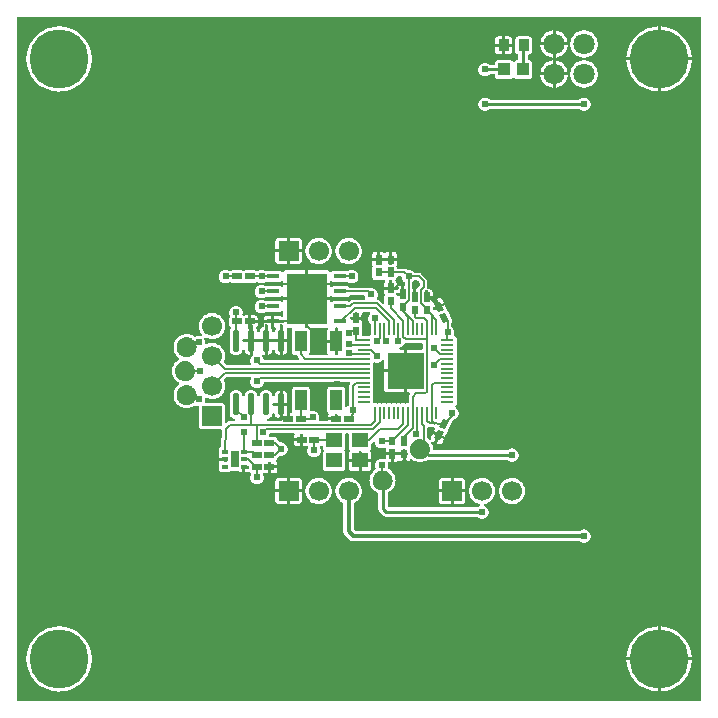
<source format=gtl>
G04 Layer: TopLayer*
G04 Panelize: , Column: 2, Row: 2, Board Size: 58.42mm x 58.42mm, Panelized Board Size: 118.84mm x 118.84mm*
G04 EasyEDA v6.5.34, 2023-09-08 22:52:23*
G04 25f9ab1a57db4546acea81688240381b,5a6b42c53f6a479593ecc07194224c93,10*
G04 Gerber Generator version 0.2*
G04 Scale: 100 percent, Rotated: No, Reflected: No *
G04 Dimensions in millimeters *
G04 leading zeros omitted , absolute positions ,4 integer and 5 decimal *
%FSLAX45Y45*%
%MOMM*%

%AMMACRO1*21,1,$1,$2,0,0,$3*%
%ADD10C,0.2540*%
%ADD11C,0.1270*%
%ADD12C,0.3580*%
%ADD13MACRO1,0.54X0.7901X-90.0000*%
%ADD14MACRO1,1.2X1.4X90.0000*%
%ADD15R,1.4000X1.2000*%
%ADD16MACRO1,1.2X1.4X-90.0000*%
%ADD17R,0.5000X0.3500*%
%ADD18R,0.7000X1.4500*%
%ADD19MACRO1,0.54X0.7901X0.0000*%
%ADD20R,0.5400X0.7901*%
%ADD21MACRO1,0.54X0.7901X154.9996*%
%ADD22MACRO1,0.54X0.7901X-154.9996*%
%ADD23R,1.1000X0.2000*%
%ADD24R,0.2000X1.1000*%
%ADD25R,3.1000X3.1000*%
%ADD26R,1.0000X1.8000*%
%ADD27O,0.5684012X1.950212*%
%ADD28MACRO1,0.54X0.7901X90.0000*%
%ADD29R,1.0500X0.4501*%
%ADD30R,3.4501X4.3500*%
%ADD31R,0.8999X1.0000*%
%ADD32R,1.0000X1.1000*%
%ADD33C,0.2000*%
%ADD34R,1.7000X1.7000*%
%ADD35C,1.7000*%
%ADD36C,5.0000*%
%ADD37C,1.8000*%
%ADD38C,0.6096*%
%ADD39C,0.0132*%

%LPD*%
G36*
X5805932Y25908D02*
G01*
X36068Y26416D01*
X32156Y27178D01*
X28905Y29362D01*
X26670Y32664D01*
X25908Y36576D01*
X25908Y5805932D01*
X26670Y5809843D01*
X28905Y5813094D01*
X32156Y5815330D01*
X36068Y5816092D01*
X5805932Y5816092D01*
X5809843Y5815330D01*
X5813094Y5813094D01*
X5815330Y5809843D01*
X5816092Y5805932D01*
X5816092Y36068D01*
X5815330Y32207D01*
X5813094Y28905D01*
X5809843Y26670D01*
G37*

%LPC*%
G36*
X4584700Y5600700D02*
G01*
X4687112Y5600700D01*
X4686960Y5602528D01*
X4684268Y5616803D01*
X4679746Y5630672D01*
X4673549Y5643829D01*
X4665776Y5656122D01*
X4656480Y5667349D01*
X4645863Y5677306D01*
X4634077Y5685840D01*
X4621326Y5692851D01*
X4607814Y5698236D01*
X4593691Y5701842D01*
X4584700Y5702960D01*
G37*
G36*
X5473700Y105562D02*
G01*
X5478322Y105664D01*
X5501284Y108051D01*
X5523992Y112369D01*
X5546242Y118618D01*
X5567934Y126644D01*
X5588812Y136499D01*
X5608828Y148031D01*
X5627827Y161239D01*
X5645607Y175971D01*
X5662117Y192125D01*
X5677204Y209600D01*
X5690819Y228295D01*
X5702757Y248107D01*
X5713018Y268782D01*
X5721553Y290271D01*
X5728208Y312369D01*
X5733034Y334975D01*
X5735929Y357936D01*
X5736336Y368300D01*
X5473700Y368300D01*
G37*
G36*
X5448300Y105613D02*
G01*
X5448300Y368300D01*
X5185410Y368300D01*
X5187289Y346405D01*
X5191150Y323646D01*
X5196890Y301244D01*
X5204460Y279450D01*
X5213858Y258317D01*
X5224983Y238099D01*
X5237784Y218846D01*
X5252161Y200710D01*
X5267960Y183896D01*
X5285130Y168402D01*
X5303520Y154432D01*
X5323027Y142087D01*
X5343499Y131368D01*
X5364835Y122428D01*
X5386781Y115265D01*
X5409285Y109982D01*
X5432145Y106629D01*
G37*
G36*
X5473700Y393700D02*
G01*
X5736336Y393700D01*
X5735929Y404063D01*
X5733034Y427024D01*
X5728208Y449630D01*
X5721553Y471728D01*
X5713018Y493217D01*
X5702757Y513892D01*
X5690819Y533704D01*
X5677204Y552348D01*
X5662117Y569874D01*
X5645607Y586028D01*
X5627827Y600760D01*
X5608828Y613968D01*
X5588812Y625500D01*
X5567934Y635355D01*
X5546242Y643382D01*
X5523992Y649630D01*
X5501284Y653948D01*
X5478322Y656336D01*
X5473700Y656437D01*
G37*
G36*
X5185410Y393700D02*
G01*
X5448300Y393700D01*
X5448300Y656386D01*
X5432145Y655370D01*
X5409285Y652018D01*
X5386781Y646734D01*
X5364835Y639572D01*
X5343499Y630631D01*
X5323027Y619912D01*
X5303520Y607568D01*
X5285130Y593598D01*
X5267960Y578104D01*
X5252161Y561289D01*
X5237784Y543153D01*
X5224983Y523900D01*
X5213858Y503682D01*
X5204460Y482549D01*
X5196890Y460756D01*
X5191150Y438353D01*
X5187289Y415594D01*
G37*
G36*
X4826000Y1366062D02*
G01*
X4835804Y1366926D01*
X4845253Y1369466D01*
X4854194Y1373581D01*
X4862220Y1379220D01*
X4869180Y1386179D01*
X4874818Y1394206D01*
X4878933Y1403146D01*
X4881473Y1412595D01*
X4882337Y1422400D01*
X4881473Y1432204D01*
X4878933Y1441653D01*
X4874818Y1450594D01*
X4869180Y1458620D01*
X4862220Y1465580D01*
X4854194Y1471218D01*
X4845253Y1475333D01*
X4835804Y1477873D01*
X4826000Y1478737D01*
X4816195Y1477873D01*
X4806746Y1475333D01*
X4797806Y1471218D01*
X4793335Y1468018D01*
X4790541Y1466697D01*
X4787493Y1466189D01*
X2892552Y1466189D01*
X2888640Y1467002D01*
X2885389Y1469186D01*
X2878886Y1475689D01*
X2876651Y1478991D01*
X2875889Y1482852D01*
X2875889Y1695297D01*
X2876550Y1698904D01*
X2878480Y1702054D01*
X2881376Y1704289D01*
X2889554Y1708556D01*
X2901238Y1716684D01*
X2911754Y1726234D01*
X2920949Y1737055D01*
X2928721Y1748993D01*
X2934868Y1761794D01*
X2939338Y1775256D01*
X2942082Y1789226D01*
X2942996Y1803400D01*
X2942082Y1817573D01*
X2939338Y1831543D01*
X2934868Y1845005D01*
X2928721Y1857806D01*
X2920949Y1869744D01*
X2911754Y1880514D01*
X2901238Y1890115D01*
X2889554Y1898243D01*
X2876956Y1904796D01*
X2863646Y1909724D01*
X2849778Y1912874D01*
X2835656Y1914245D01*
X2821432Y1913788D01*
X2807411Y1911502D01*
X2793796Y1907438D01*
X2780792Y1901698D01*
X2768650Y1894332D01*
X2757525Y1885492D01*
X2747670Y1875282D01*
X2739136Y1863902D01*
X2732176Y1851507D01*
X2726842Y1838350D01*
X2723235Y1824583D01*
X2721406Y1810512D01*
X2721406Y1796288D01*
X2723235Y1782216D01*
X2726842Y1768449D01*
X2732176Y1755292D01*
X2739136Y1742897D01*
X2747670Y1731518D01*
X2757525Y1721307D01*
X2768650Y1712468D01*
X2785414Y1702206D01*
X2787548Y1698955D01*
X2788259Y1695145D01*
X2788310Y1458823D01*
X2789478Y1450492D01*
X2792069Y1442821D01*
X2795981Y1435760D01*
X2801467Y1429207D01*
X2840431Y1390243D01*
X2847136Y1385163D01*
X2854401Y1381607D01*
X2862173Y1379372D01*
X2870657Y1378610D01*
X4787493Y1378610D01*
X4790541Y1378102D01*
X4793335Y1376730D01*
X4797806Y1373581D01*
X4806746Y1369466D01*
X4816195Y1366926D01*
G37*
G36*
X4456887Y5600700D02*
G01*
X4559300Y5600700D01*
X4559300Y5702960D01*
X4550308Y5701842D01*
X4536186Y5698236D01*
X4522673Y5692851D01*
X4509922Y5685840D01*
X4498136Y5677306D01*
X4487519Y5667349D01*
X4478223Y5656122D01*
X4470450Y5643829D01*
X4464253Y5630672D01*
X4459732Y5616803D01*
X4457039Y5602528D01*
G37*
G36*
X3962400Y1569262D02*
G01*
X3972153Y1570126D01*
X3981653Y1572666D01*
X3990543Y1576781D01*
X3998620Y1582420D01*
X4005529Y1589379D01*
X4011168Y1597406D01*
X4015333Y1606346D01*
X4017873Y1615795D01*
X4018737Y1625600D01*
X4017873Y1635404D01*
X4015333Y1644853D01*
X4011168Y1653793D01*
X4005529Y1661820D01*
X3998620Y1668780D01*
X3990543Y1674418D01*
X3985869Y1676603D01*
X3982516Y1679092D01*
X3980484Y1682750D01*
X3980027Y1686864D01*
X3981348Y1690827D01*
X3984091Y1693976D01*
X3987901Y1695704D01*
X3993946Y1697075D01*
X4007256Y1702003D01*
X4019854Y1708556D01*
X4031538Y1716684D01*
X4042054Y1726234D01*
X4051249Y1737055D01*
X4059021Y1748993D01*
X4065168Y1761794D01*
X4069638Y1775256D01*
X4072382Y1789226D01*
X4073296Y1803400D01*
X4072382Y1817573D01*
X4069638Y1831543D01*
X4065168Y1845005D01*
X4059021Y1857806D01*
X4051249Y1869744D01*
X4042054Y1880514D01*
X4031538Y1890115D01*
X4019854Y1898243D01*
X4007256Y1904796D01*
X3993946Y1909724D01*
X3980078Y1912874D01*
X3965956Y1914245D01*
X3951732Y1913788D01*
X3937711Y1911502D01*
X3924096Y1907438D01*
X3911092Y1901698D01*
X3898950Y1894332D01*
X3887825Y1885492D01*
X3877970Y1875282D01*
X3869436Y1863902D01*
X3862476Y1851507D01*
X3857142Y1838350D01*
X3853535Y1824583D01*
X3851757Y1810512D01*
X3851757Y1796288D01*
X3853535Y1782216D01*
X3857142Y1768449D01*
X3862476Y1755292D01*
X3869436Y1742897D01*
X3877970Y1731518D01*
X3887825Y1721307D01*
X3898950Y1712468D01*
X3911092Y1705102D01*
X3924096Y1699310D01*
X3937254Y1695450D01*
X3940860Y1693519D01*
X3943400Y1690370D01*
X3944518Y1686458D01*
X3944010Y1682394D01*
X3941927Y1678889D01*
X3938676Y1676501D01*
X3934206Y1674418D01*
X3926179Y1668780D01*
X3924604Y1667205D01*
X3921302Y1664970D01*
X3917391Y1664207D01*
X3172968Y1664207D01*
X3169056Y1664970D01*
X3165805Y1667205D01*
X3163570Y1670456D01*
X3162808Y1674368D01*
X3162808Y1784146D01*
X3163468Y1787702D01*
X3165297Y1790801D01*
X3168091Y1793036D01*
X3179013Y1799082D01*
X3190240Y1807210D01*
X3200349Y1816709D01*
X3209188Y1827377D01*
X3216605Y1839112D01*
X3222498Y1851660D01*
X3226765Y1864817D01*
X3229406Y1878431D01*
X3230270Y1892198D01*
X3229406Y1906117D01*
X3226765Y1919782D01*
X3222498Y1932939D01*
X3216605Y1945487D01*
X3209188Y1957222D01*
X3200349Y1967890D01*
X3190240Y1977389D01*
X3179013Y1985518D01*
X3169920Y1990547D01*
X3166567Y1993493D01*
X3164789Y1997608D01*
X3164992Y2002078D01*
X3166973Y2009495D01*
X3167837Y2019300D01*
X3166973Y2029104D01*
X3164332Y2039010D01*
X3164027Y2042668D01*
X3165094Y2046224D01*
X3167329Y2049170D01*
X3170478Y2051100D01*
X3174136Y2051761D01*
X3187700Y2051761D01*
X3187700Y2104491D01*
X3147466Y2104491D01*
X3147466Y2080412D01*
X3146653Y2076450D01*
X3144367Y2073097D01*
X3140964Y2070912D01*
X3136950Y2070252D01*
X3133039Y2071166D01*
X3130753Y2072233D01*
X3121253Y2074773D01*
X3111500Y2075637D01*
X3101695Y2074773D01*
X3092196Y2072233D01*
X3083306Y2068118D01*
X3075279Y2062480D01*
X3068320Y2055520D01*
X3062681Y2047493D01*
X3058515Y2038553D01*
X3055975Y2029104D01*
X3055162Y2019300D01*
X3055975Y2009495D01*
X3058515Y2000046D01*
X3060598Y1995627D01*
X3061512Y1992274D01*
X3061208Y1988820D01*
X3059785Y1985619D01*
X3057347Y1983130D01*
X3049422Y1977389D01*
X3039313Y1967890D01*
X3030474Y1957222D01*
X3023057Y1945487D01*
X3017164Y1932939D01*
X3012846Y1919782D01*
X3010255Y1906117D01*
X3009392Y1892350D01*
X3010255Y1878431D01*
X3012846Y1864817D01*
X3017164Y1851660D01*
X3023057Y1839112D01*
X3030474Y1827377D01*
X3039313Y1816709D01*
X3049422Y1807210D01*
X3060649Y1799082D01*
X3072790Y1792376D01*
X3079191Y1789836D01*
X3082544Y1787652D01*
X3084779Y1784350D01*
X3085592Y1780387D01*
X3085592Y1651507D01*
X3086404Y1643481D01*
X3088589Y1636268D01*
X3092145Y1629562D01*
X3097276Y1623364D01*
X3121964Y1598676D01*
X3128162Y1593545D01*
X3134868Y1589989D01*
X3142081Y1587804D01*
X3150108Y1586992D01*
X3917391Y1586992D01*
X3921302Y1586230D01*
X3924604Y1583994D01*
X3926179Y1582420D01*
X3934206Y1576781D01*
X3943096Y1572666D01*
X3952595Y1570126D01*
G37*
G36*
X4073194Y5588000D02*
G01*
X4131411Y5588000D01*
X4131411Y5651195D01*
X4099661Y5651195D01*
X4093362Y5650484D01*
X4087876Y5648604D01*
X4082999Y5645505D01*
X4078884Y5641390D01*
X4075785Y5636514D01*
X4073906Y5631027D01*
X4073194Y5624728D01*
G37*
G36*
X3623970Y1692503D02*
G01*
X3695700Y1692503D01*
X3695700Y1790700D01*
X3597503Y1790700D01*
X3597503Y1718970D01*
X3598214Y1712671D01*
X3600094Y1707184D01*
X3603193Y1702307D01*
X3607257Y1698193D01*
X3612184Y1695094D01*
X3617620Y1693214D01*
G37*
G36*
X2239670Y1692503D02*
G01*
X2311400Y1692503D01*
X2311400Y1790700D01*
X2213203Y1790700D01*
X2213203Y1718970D01*
X2213914Y1712671D01*
X2215794Y1707184D01*
X2218893Y1702307D01*
X2222957Y1698193D01*
X2227884Y1695094D01*
X2233320Y1693214D01*
G37*
G36*
X3721100Y1692503D02*
G01*
X3792829Y1692503D01*
X3799128Y1693214D01*
X3804615Y1695094D01*
X3809492Y1698193D01*
X3813606Y1702307D01*
X3816654Y1707184D01*
X3818585Y1712671D01*
X3819296Y1718970D01*
X3819296Y1790700D01*
X3721100Y1790700D01*
G37*
G36*
X2336800Y1692503D02*
G01*
X2408529Y1692503D01*
X2414828Y1693214D01*
X2420315Y1695094D01*
X2425192Y1698193D01*
X2429306Y1702307D01*
X2432354Y1707184D01*
X2434285Y1712671D01*
X2434996Y1718970D01*
X2434996Y1790700D01*
X2336800Y1790700D01*
G37*
G36*
X2581656Y1692554D02*
G01*
X2595778Y1693925D01*
X2609646Y1697075D01*
X2622956Y1702003D01*
X2635554Y1708556D01*
X2647238Y1716684D01*
X2657754Y1726234D01*
X2666949Y1737055D01*
X2674721Y1748993D01*
X2680868Y1761794D01*
X2685338Y1775256D01*
X2688082Y1789226D01*
X2688996Y1803400D01*
X2688082Y1817573D01*
X2685338Y1831543D01*
X2680868Y1845005D01*
X2674721Y1857806D01*
X2666949Y1869744D01*
X2657754Y1880514D01*
X2647238Y1890115D01*
X2635554Y1898243D01*
X2622956Y1904796D01*
X2609646Y1909724D01*
X2595778Y1912874D01*
X2581656Y1914245D01*
X2567432Y1913788D01*
X2553411Y1911502D01*
X2539796Y1907438D01*
X2526792Y1901698D01*
X2514650Y1894332D01*
X2503525Y1885492D01*
X2493670Y1875282D01*
X2485136Y1863902D01*
X2478176Y1851507D01*
X2472842Y1838350D01*
X2469235Y1824583D01*
X2467406Y1810512D01*
X2467406Y1796288D01*
X2469235Y1782216D01*
X2472842Y1768449D01*
X2478176Y1755292D01*
X2485136Y1742897D01*
X2493670Y1731518D01*
X2503525Y1721307D01*
X2514650Y1712468D01*
X2526792Y1705102D01*
X2539796Y1699310D01*
X2553411Y1695297D01*
X2567432Y1693011D01*
G37*
G36*
X4219956Y1692554D02*
G01*
X4234078Y1693925D01*
X4247946Y1697075D01*
X4261256Y1702003D01*
X4273854Y1708556D01*
X4285538Y1716684D01*
X4296054Y1726234D01*
X4305249Y1737055D01*
X4313021Y1748993D01*
X4319168Y1761794D01*
X4323638Y1775256D01*
X4326382Y1789226D01*
X4327296Y1803400D01*
X4326382Y1817573D01*
X4323638Y1831543D01*
X4319168Y1845005D01*
X4313021Y1857806D01*
X4305249Y1869744D01*
X4296054Y1880514D01*
X4285538Y1890115D01*
X4273854Y1898243D01*
X4261256Y1904796D01*
X4247946Y1909724D01*
X4234078Y1912874D01*
X4219956Y1914245D01*
X4205732Y1913788D01*
X4191711Y1911502D01*
X4178096Y1907438D01*
X4165092Y1901698D01*
X4152950Y1894332D01*
X4141825Y1885492D01*
X4131970Y1875282D01*
X4123436Y1863902D01*
X4116476Y1851507D01*
X4111142Y1838350D01*
X4107535Y1824583D01*
X4105757Y1810512D01*
X4105757Y1796288D01*
X4107535Y1782216D01*
X4111142Y1768449D01*
X4116476Y1755292D01*
X4123436Y1742897D01*
X4131970Y1731518D01*
X4141825Y1721307D01*
X4152950Y1712468D01*
X4165092Y1705102D01*
X4178096Y1699310D01*
X4191711Y1695297D01*
X4205732Y1693011D01*
G37*
G36*
X3597503Y1816100D02*
G01*
X3695700Y1816100D01*
X3695700Y1914296D01*
X3623970Y1914296D01*
X3617620Y1913585D01*
X3612184Y1911705D01*
X3607257Y1908606D01*
X3603193Y1904492D01*
X3600094Y1899615D01*
X3598214Y1894128D01*
X3597503Y1887829D01*
G37*
G36*
X2213203Y1816100D02*
G01*
X2311400Y1816100D01*
X2311400Y1914296D01*
X2239670Y1914296D01*
X2233320Y1913585D01*
X2227884Y1911705D01*
X2222957Y1908606D01*
X2218893Y1904492D01*
X2215794Y1899615D01*
X2213914Y1894128D01*
X2213203Y1887829D01*
G37*
G36*
X2336800Y1816100D02*
G01*
X2434996Y1816100D01*
X2434996Y1887829D01*
X2434285Y1894128D01*
X2432354Y1899615D01*
X2429306Y1904492D01*
X2425192Y1908606D01*
X2420315Y1911705D01*
X2414828Y1913585D01*
X2408529Y1914296D01*
X2336800Y1914296D01*
G37*
G36*
X3721100Y1816100D02*
G01*
X3819296Y1816100D01*
X3819296Y1887829D01*
X3818585Y1894128D01*
X3816654Y1899615D01*
X3813606Y1904492D01*
X3809492Y1908606D01*
X3804615Y1911705D01*
X3799128Y1913585D01*
X3792829Y1914296D01*
X3721100Y1914296D01*
G37*
G36*
X2057400Y1861362D02*
G01*
X2067153Y1862226D01*
X2076653Y1864766D01*
X2085543Y1868881D01*
X2093620Y1874520D01*
X2100529Y1881479D01*
X2106168Y1889506D01*
X2110333Y1898446D01*
X2112873Y1907895D01*
X2113737Y1917700D01*
X2112873Y1927504D01*
X2110333Y1936953D01*
X2109012Y1939798D01*
X2108047Y1943963D01*
X2108911Y1948129D01*
X2111400Y1951634D01*
X2115108Y1953768D01*
X2119376Y1954174D01*
X2123744Y1953666D01*
X2150008Y1953666D01*
X2150008Y1993900D01*
X2129231Y1993900D01*
X2125370Y1994662D01*
X2122068Y1996897D01*
X2119884Y2000148D01*
X2119071Y2004060D01*
X2119071Y2009139D01*
X2119884Y2013000D01*
X2122068Y2016302D01*
X2125370Y2018538D01*
X2129231Y2019300D01*
X2150008Y2019300D01*
X2150008Y2045106D01*
X2150770Y2049018D01*
X2152954Y2052320D01*
X2156256Y2054504D01*
X2160168Y2055266D01*
X2165248Y2055266D01*
X2169109Y2054504D01*
X2172411Y2052320D01*
X2174595Y2049018D01*
X2175408Y2045106D01*
X2175408Y2019300D01*
X2228088Y2019300D01*
X2228088Y2033016D01*
X2227376Y2039366D01*
X2225497Y2044801D01*
X2219706Y2053488D01*
X2218944Y2057400D01*
X2219706Y2061260D01*
X2222398Y2065070D01*
X2225497Y2069998D01*
X2227376Y2075434D01*
X2227630Y2077669D01*
X2228850Y2081428D01*
X2231339Y2084425D01*
X2232964Y2085746D01*
X2247392Y2100173D01*
X2251100Y2102510D01*
X2255418Y2103120D01*
X2260600Y2102662D01*
X2270353Y2103526D01*
X2279853Y2106066D01*
X2288743Y2110181D01*
X2296820Y2115820D01*
X2303729Y2122779D01*
X2309368Y2130806D01*
X2313533Y2139746D01*
X2316073Y2149195D01*
X2316937Y2159000D01*
X2316073Y2168804D01*
X2313533Y2178253D01*
X2309368Y2187194D01*
X2303729Y2195220D01*
X2296820Y2202180D01*
X2288743Y2207818D01*
X2279853Y2211933D01*
X2270353Y2214473D01*
X2260600Y2215337D01*
X2255469Y2214880D01*
X2251100Y2215489D01*
X2247392Y2217826D01*
X2232964Y2232253D01*
X2231339Y2233574D01*
X2228850Y2236571D01*
X2227630Y2240330D01*
X2227376Y2242566D01*
X2225497Y2248001D01*
X2222398Y2252929D01*
X2218334Y2256993D01*
X2213406Y2260092D01*
X2207971Y2261971D01*
X2201621Y2262682D01*
X2169312Y2262682D01*
X2165299Y2263495D01*
X2161997Y2265832D01*
X2159812Y2269236D01*
X2159152Y2273198D01*
X2160066Y2277160D01*
X2161133Y2279446D01*
X2162454Y2284323D01*
X2164486Y2288235D01*
X2167991Y2290876D01*
X2172258Y2291842D01*
X2365095Y2291842D01*
X2369312Y2290927D01*
X2372766Y2288387D01*
X2374798Y2284628D01*
X2375154Y2280310D01*
X2373680Y2276297D01*
X2371902Y2273401D01*
X2369972Y2267966D01*
X2369261Y2261616D01*
X2369261Y2247900D01*
X2421991Y2247900D01*
X2421991Y2281682D01*
X2422753Y2285593D01*
X2424938Y2288844D01*
X2428240Y2291080D01*
X2432151Y2291842D01*
X2437231Y2291842D01*
X2441092Y2291080D01*
X2444394Y2288844D01*
X2446629Y2285593D01*
X2447391Y2281682D01*
X2447391Y2247900D01*
X2468118Y2247900D01*
X2472029Y2247138D01*
X2475280Y2244902D01*
X2477516Y2241600D01*
X2478278Y2237740D01*
X2478278Y2232660D01*
X2477516Y2228748D01*
X2475280Y2225497D01*
X2472029Y2223262D01*
X2468118Y2222500D01*
X2447391Y2222500D01*
X2447391Y2182266D01*
X2473604Y2182266D01*
X2478024Y2182774D01*
X2482240Y2182368D01*
X2485948Y2180234D01*
X2488438Y2176729D01*
X2489301Y2172563D01*
X2488336Y2168398D01*
X2487015Y2165553D01*
X2484475Y2156104D01*
X2483662Y2146300D01*
X2484475Y2136495D01*
X2487015Y2127046D01*
X2491181Y2118106D01*
X2496820Y2110079D01*
X2503779Y2103120D01*
X2511806Y2097481D01*
X2520696Y2093366D01*
X2530195Y2090826D01*
X2540000Y2089962D01*
X2549753Y2090826D01*
X2559253Y2093366D01*
X2568143Y2097481D01*
X2576220Y2103120D01*
X2583129Y2110079D01*
X2588768Y2118106D01*
X2592933Y2127046D01*
X2595473Y2136495D01*
X2596337Y2146300D01*
X2595473Y2156104D01*
X2592933Y2165553D01*
X2590088Y2171700D01*
X2589174Y2175205D01*
X2589530Y2178862D01*
X2591206Y2182114D01*
X2593898Y2184603D01*
X2597912Y2187092D01*
X2601976Y2188565D01*
X2606243Y2188260D01*
X2610002Y2186178D01*
X2612593Y2182723D01*
X2613456Y2178507D01*
X2613456Y2171903D01*
X2614168Y2165553D01*
X2616098Y2160117D01*
X2619197Y2155190D01*
X2620873Y2153513D01*
X2623108Y2150211D01*
X2623870Y2146300D01*
X2623108Y2142439D01*
X2620873Y2139137D01*
X2619197Y2137410D01*
X2616098Y2132533D01*
X2614168Y2127046D01*
X2613456Y2120747D01*
X2613456Y2001875D01*
X2614168Y1995576D01*
X2616098Y1990089D01*
X2619197Y1985213D01*
X2623261Y1981098D01*
X2628188Y1977999D01*
X2633624Y1976120D01*
X2639974Y1975408D01*
X2778810Y1975408D01*
X2785160Y1976120D01*
X2790596Y1977999D01*
X2795524Y1981098D01*
X2799588Y1985213D01*
X2802686Y1990089D01*
X2804566Y1995576D01*
X2805277Y2001875D01*
X2805277Y2120747D01*
X2804566Y2127046D01*
X2802686Y2132533D01*
X2799588Y2137410D01*
X2797911Y2139137D01*
X2795676Y2142439D01*
X2794914Y2146300D01*
X2795676Y2150211D01*
X2797911Y2153513D01*
X2799588Y2155190D01*
X2802686Y2160117D01*
X2804566Y2165553D01*
X2805277Y2171903D01*
X2805277Y2281682D01*
X2806090Y2285593D01*
X2808274Y2288844D01*
X2811576Y2291080D01*
X2815437Y2291842D01*
X2823311Y2291842D01*
X2827223Y2291080D01*
X2830525Y2288844D01*
X2832709Y2285593D01*
X2833471Y2281682D01*
X2833471Y2171903D01*
X2834182Y2165553D01*
X2836113Y2160117D01*
X2839161Y2155190D01*
X2840888Y2153513D01*
X2843072Y2150211D01*
X2843885Y2146300D01*
X2843072Y2142439D01*
X2840888Y2139137D01*
X2839161Y2137410D01*
X2836113Y2132533D01*
X2834182Y2127046D01*
X2833471Y2120747D01*
X2833471Y2074011D01*
X2916682Y2074011D01*
X2916682Y2135225D01*
X2917444Y2139137D01*
X2919679Y2142439D01*
X2922981Y2144623D01*
X2926842Y2145385D01*
X2931922Y2145385D01*
X2935833Y2144623D01*
X2939135Y2142439D01*
X2941320Y2139137D01*
X2942082Y2135225D01*
X2942082Y2074011D01*
X3025292Y2074011D01*
X3025292Y2120747D01*
X3024581Y2127046D01*
X3022650Y2132533D01*
X3019602Y2137410D01*
X3017875Y2139137D01*
X3015691Y2142439D01*
X3014929Y2146300D01*
X3015691Y2150211D01*
X3017875Y2153513D01*
X3019602Y2155190D01*
X3022650Y2160117D01*
X3024581Y2165553D01*
X3025292Y2171903D01*
X3025292Y2200859D01*
X3026054Y2204770D01*
X3028289Y2208072D01*
X3038754Y2218436D01*
X3042310Y2220722D01*
X3046526Y2221382D01*
X3050590Y2220264D01*
X3053842Y2217572D01*
X3055772Y2213813D01*
X3058566Y2203196D01*
X3062681Y2194306D01*
X3068320Y2186279D01*
X3075279Y2179320D01*
X3083306Y2173681D01*
X3092196Y2169566D01*
X3101695Y2167026D01*
X3111500Y2166162D01*
X3121253Y2167026D01*
X3130753Y2169566D01*
X3133598Y2170887D01*
X3137763Y2171801D01*
X3141929Y2170988D01*
X3145434Y2168448D01*
X3147568Y2164791D01*
X3147974Y2160524D01*
X3147466Y2156104D01*
X3147466Y2129891D01*
X3187700Y2129891D01*
X3187700Y2150618D01*
X3188462Y2154529D01*
X3190646Y2157831D01*
X3193948Y2160016D01*
X3197860Y2160778D01*
X3202940Y2160778D01*
X3206800Y2160016D01*
X3210102Y2157831D01*
X3212338Y2154529D01*
X3213100Y2150618D01*
X3213100Y2129891D01*
X3289300Y2129891D01*
X3289300Y2150618D01*
X3290062Y2154529D01*
X3292246Y2157831D01*
X3295548Y2160016D01*
X3299460Y2160778D01*
X3304540Y2160778D01*
X3308400Y2160016D01*
X3311702Y2157831D01*
X3313937Y2154529D01*
X3314700Y2150618D01*
X3314700Y2129891D01*
X3323539Y2129891D01*
X3327654Y2129028D01*
X3331057Y2126538D01*
X3333191Y2122881D01*
X3334816Y2117801D01*
X3335324Y2113991D01*
X3334359Y2110333D01*
X3332124Y2107234D01*
X3328924Y2105202D01*
X3325164Y2104491D01*
X3314700Y2104491D01*
X3314700Y2051761D01*
X3328415Y2051761D01*
X3334715Y2052472D01*
X3340201Y2054402D01*
X3345078Y2057501D01*
X3349193Y2061565D01*
X3352292Y2066493D01*
X3354679Y2071268D01*
X3357626Y2073605D01*
X3361232Y2074722D01*
X3364992Y2074468D01*
X3368344Y2072893D01*
X3378149Y2065782D01*
X3390290Y2059076D01*
X3403193Y2053996D01*
X3416655Y2050542D01*
X3430371Y2048764D01*
X3444240Y2048764D01*
X3458006Y2050542D01*
X3471468Y2053996D01*
X3484372Y2059076D01*
X3496564Y2065782D01*
X3499358Y2067763D01*
X3502151Y2069134D01*
X3505200Y2069592D01*
X4171391Y2069592D01*
X4175302Y2068830D01*
X4178604Y2066594D01*
X4180179Y2065020D01*
X4188206Y2059381D01*
X4197096Y2055266D01*
X4206595Y2052726D01*
X4216400Y2051862D01*
X4226153Y2052726D01*
X4235653Y2055266D01*
X4244543Y2059381D01*
X4252620Y2065020D01*
X4259529Y2071979D01*
X4265168Y2080006D01*
X4269333Y2088946D01*
X4271873Y2098395D01*
X4272737Y2108200D01*
X4271873Y2118004D01*
X4269333Y2127453D01*
X4265168Y2136394D01*
X4259529Y2144420D01*
X4252620Y2151380D01*
X4244543Y2157018D01*
X4235653Y2161133D01*
X4226153Y2163673D01*
X4216400Y2164537D01*
X4206595Y2163673D01*
X4197096Y2161133D01*
X4188206Y2157018D01*
X4180179Y2151380D01*
X4178604Y2149805D01*
X4175302Y2147570D01*
X4171391Y2146808D01*
X3557828Y2146808D01*
X3553764Y2147620D01*
X3550412Y2150008D01*
X3548227Y2153513D01*
X3546906Y2172817D01*
X3544265Y2186482D01*
X3539998Y2199640D01*
X3534359Y2211679D01*
X3533394Y2215642D01*
X3534105Y2219706D01*
X3536340Y2223160D01*
X3539794Y2225446D01*
X3543858Y2226157D01*
X3547821Y2225192D01*
X3557320Y2220772D01*
X3579571Y2268575D01*
X3543147Y2285542D01*
X3532022Y2261768D01*
X3530041Y2255723D01*
X3529431Y2249982D01*
X3529685Y2248154D01*
X3529329Y2244039D01*
X3527399Y2240381D01*
X3524199Y2237790D01*
X3520236Y2236724D01*
X3516172Y2237333D01*
X3512616Y2239467D01*
X3507740Y2244090D01*
X3503523Y2247138D01*
X3501288Y2249373D01*
X3499865Y2252218D01*
X3499358Y2255367D01*
X3499358Y2333447D01*
X3500018Y2337104D01*
X3501948Y2340254D01*
X3504895Y2342540D01*
X3508451Y2343556D01*
X3517950Y2342642D01*
X3553764Y2342286D01*
X3557676Y2341422D01*
X3560978Y2339136D01*
X3563112Y2335733D01*
X3563772Y2331720D01*
X3562858Y2327808D01*
X3553866Y2308555D01*
X3590290Y2291588D01*
X3599078Y2310384D01*
X3601415Y2313584D01*
X3604818Y2315616D01*
X3608730Y2316226D01*
X3612591Y2315260D01*
X3617163Y2313127D01*
X3620363Y2310790D01*
X3622446Y2307386D01*
X3623056Y2303475D01*
X3622090Y2299614D01*
X3613353Y2280818D01*
X3649776Y2263851D01*
X3660851Y2287625D01*
X3662883Y2293670D01*
X3663492Y2299868D01*
X3664407Y2303170D01*
X3666337Y2305964D01*
X3670706Y2310434D01*
X3674008Y2315870D01*
X3706926Y2386431D01*
X3709111Y2392984D01*
X3711600Y2396947D01*
X3722776Y2408123D01*
X3724859Y2409748D01*
X3736543Y2414981D01*
X3744620Y2420620D01*
X3751529Y2427579D01*
X3757168Y2435606D01*
X3761333Y2444546D01*
X3763873Y2453995D01*
X3764737Y2463800D01*
X3763873Y2473604D01*
X3761333Y2483053D01*
X3757168Y2491994D01*
X3751529Y2500020D01*
X3744620Y2506980D01*
X3738626Y2511145D01*
X3735882Y2514041D01*
X3734409Y2517749D01*
X3734511Y2521712D01*
X3736136Y2525369D01*
X3739032Y2528112D01*
X3740810Y2529179D01*
X3744874Y2533294D01*
X3747973Y2538171D01*
X3749903Y2543657D01*
X3750614Y2549956D01*
X3750614Y2568854D01*
X3749903Y2575153D01*
X3748989Y2579420D01*
X3749903Y2583637D01*
X3750614Y2589987D01*
X3750614Y2608834D01*
X3749903Y2615133D01*
X3748989Y2619400D01*
X3749903Y2623667D01*
X3750614Y2629966D01*
X3750614Y2648813D01*
X3749903Y2655163D01*
X3748989Y2659380D01*
X3749903Y2663647D01*
X3750614Y2669997D01*
X3750614Y2688844D01*
X3749903Y2695143D01*
X3748989Y2699410D01*
X3749903Y2703626D01*
X3750614Y2709976D01*
X3750614Y2728823D01*
X3749903Y2735173D01*
X3748989Y2739390D01*
X3749903Y2743657D01*
X3750614Y2749956D01*
X3750614Y2768854D01*
X3749903Y2775153D01*
X3748989Y2779420D01*
X3749903Y2783636D01*
X3750614Y2789986D01*
X3750614Y2808833D01*
X3749903Y2815132D01*
X3748989Y2819400D01*
X3749903Y2823667D01*
X3750614Y2829966D01*
X3750614Y2848813D01*
X3749903Y2855163D01*
X3748989Y2859379D01*
X3749903Y2863646D01*
X3750614Y2869996D01*
X3750614Y2888843D01*
X3749903Y2895142D01*
X3748989Y2899410D01*
X3749903Y2903626D01*
X3750614Y2909976D01*
X3750614Y2928823D01*
X3749903Y2935173D01*
X3748989Y2939389D01*
X3749903Y2943656D01*
X3750614Y2949956D01*
X3750614Y2968853D01*
X3749903Y2975152D01*
X3748989Y2979420D01*
X3749903Y2983636D01*
X3750614Y2989986D01*
X3750614Y3008833D01*
X3749903Y3015132D01*
X3748989Y3019399D01*
X3749903Y3023666D01*
X3750614Y3029966D01*
X3750614Y3048812D01*
X3749903Y3055162D01*
X3748989Y3059379D01*
X3749903Y3063646D01*
X3750614Y3069996D01*
X3750614Y3088843D01*
X3749903Y3095142D01*
X3747973Y3100628D01*
X3744874Y3105505D01*
X3740810Y3109620D01*
X3735882Y3112668D01*
X3726840Y3115818D01*
X3723944Y3118256D01*
X3722115Y3121558D01*
X3721658Y3125317D01*
X3723233Y3130346D01*
X3725773Y3139795D01*
X3726637Y3149600D01*
X3725773Y3159404D01*
X3723233Y3168853D01*
X3719068Y3177794D01*
X3713479Y3185769D01*
X3705555Y3193592D01*
X3703320Y3196894D01*
X3702558Y3200806D01*
X3702558Y3219754D01*
X3702964Y3222650D01*
X3704183Y3225292D01*
X3706825Y3229406D01*
X3708806Y3234842D01*
X3709517Y3240582D01*
X3708958Y3246323D01*
X3706926Y3252368D01*
X3674008Y3322929D01*
X3670706Y3328365D01*
X3666337Y3332835D01*
X3664407Y3335629D01*
X3663492Y3338931D01*
X3662883Y3345129D01*
X3660851Y3351174D01*
X3649776Y3374948D01*
X3613353Y3357930D01*
X3622090Y3339134D01*
X3623056Y3335324D01*
X3622446Y3331413D01*
X3620363Y3328009D01*
X3617163Y3325672D01*
X3612591Y3323488D01*
X3608730Y3322574D01*
X3604818Y3323183D01*
X3601415Y3325215D01*
X3599078Y3328415D01*
X3590290Y3347212D01*
X3559860Y3333038D01*
X3555898Y3332073D01*
X3551936Y3332734D01*
X3548481Y3334918D01*
X3546195Y3338271D01*
X3545382Y3342233D01*
X3545382Y3347821D01*
X3546094Y3351580D01*
X3548176Y3354781D01*
X3551275Y3357016D01*
X3579571Y3370224D01*
X3557117Y3418382D01*
X3552799Y3418636D01*
X3548938Y3420668D01*
X3546348Y3424174D01*
X3545382Y3428390D01*
X3545382Y3432708D01*
X3505200Y3432708D01*
X3505200Y3411982D01*
X3504437Y3408070D01*
X3502202Y3404768D01*
X3498900Y3402584D01*
X3495040Y3401822D01*
X3489960Y3401822D01*
X3486048Y3402584D01*
X3482746Y3404768D01*
X3480562Y3408070D01*
X3479800Y3411982D01*
X3479800Y3433673D01*
X3476701Y3435908D01*
X3474669Y3439109D01*
X3473958Y3442868D01*
X3473958Y3447948D01*
X3474669Y3451707D01*
X3476701Y3454908D01*
X3479800Y3457143D01*
X3479800Y3493465D01*
X3480562Y3497376D01*
X3482746Y3500678D01*
X3487826Y3505758D01*
X3491128Y3507943D01*
X3495040Y3508705D01*
X3498900Y3507943D01*
X3502202Y3505758D01*
X3504437Y3502456D01*
X3505200Y3498545D01*
X3505200Y3458108D01*
X3545382Y3458108D01*
X3545382Y3484321D01*
X3544671Y3490671D01*
X3542792Y3496106D01*
X3539693Y3501034D01*
X3535578Y3505098D01*
X3530701Y3508197D01*
X3525215Y3510127D01*
X3518915Y3510838D01*
X3508197Y3510838D01*
X3504539Y3511499D01*
X3501390Y3513429D01*
X3499154Y3516376D01*
X3498087Y3519932D01*
X3498392Y3523589D01*
X3498951Y3525672D01*
X3499358Y3531006D01*
X3499358Y3580892D01*
X3498596Y3588105D01*
X3496513Y3594506D01*
X3493058Y3600450D01*
X3489604Y3604514D01*
X3452164Y3641953D01*
X3446526Y3646525D01*
X3440531Y3649573D01*
X3433876Y3651351D01*
X3428593Y3651758D01*
X3391306Y3651758D01*
X3387394Y3652520D01*
X3384092Y3654755D01*
X3376269Y3662679D01*
X3368243Y3668318D01*
X3359353Y3672433D01*
X3349853Y3674973D01*
X3340100Y3675837D01*
X3334613Y3675379D01*
X3330752Y3675786D01*
X3327298Y3677615D01*
X3323234Y3680917D01*
X3317240Y3683965D01*
X3310585Y3685743D01*
X3305301Y3686149D01*
X3250438Y3686149D01*
X3246780Y3686810D01*
X3243681Y3688740D01*
X3241395Y3691636D01*
X3240328Y3695192D01*
X3239871Y3699154D01*
X3237839Y3705047D01*
X3237230Y3708400D01*
X3237839Y3711752D01*
X3239871Y3717645D01*
X3240582Y3723944D01*
X3240582Y3750208D01*
X3200400Y3750208D01*
X3200400Y3729482D01*
X3199638Y3725570D01*
X3197402Y3722268D01*
X3194100Y3720084D01*
X3190240Y3719322D01*
X3185160Y3719322D01*
X3181248Y3720084D01*
X3177946Y3722268D01*
X3175762Y3725570D01*
X3175000Y3729482D01*
X3175000Y3750208D01*
X3098800Y3750208D01*
X3098800Y3729482D01*
X3098038Y3725570D01*
X3095802Y3722268D01*
X3092500Y3720084D01*
X3088640Y3719322D01*
X3083560Y3719322D01*
X3079648Y3720084D01*
X3076346Y3722268D01*
X3074162Y3725570D01*
X3073400Y3729482D01*
X3073400Y3750208D01*
X3033166Y3750208D01*
X3033166Y3723944D01*
X3033877Y3717645D01*
X3035960Y3711752D01*
X3036519Y3708400D01*
X3035960Y3705047D01*
X3033877Y3699154D01*
X3033166Y3692804D01*
X3033166Y3614978D01*
X3033877Y3608628D01*
X3035808Y3603193D01*
X3038906Y3598265D01*
X3042970Y3594201D01*
X3047898Y3591102D01*
X3053334Y3589172D01*
X3059633Y3588461D01*
X3112516Y3588461D01*
X3118815Y3589172D01*
X3124301Y3591102D01*
X3128822Y3593947D01*
X3132785Y3595420D01*
X3136950Y3595115D01*
X3140710Y3593185D01*
X3143300Y3589883D01*
X3144367Y3585819D01*
X3143707Y3581704D01*
X3140506Y3577234D01*
X3137408Y3572306D01*
X3135477Y3566871D01*
X3134766Y3560521D01*
X3134766Y3534308D01*
X3175000Y3534308D01*
X3175000Y3578301D01*
X3175762Y3582212D01*
X3177946Y3585514D01*
X3181248Y3587699D01*
X3185160Y3588461D01*
X3190240Y3588461D01*
X3194100Y3587699D01*
X3197402Y3585514D01*
X3199638Y3582212D01*
X3200400Y3578301D01*
X3200400Y3534308D01*
X3249422Y3534308D01*
X3246577Y3535019D01*
X3243427Y3537204D01*
X3241344Y3540455D01*
X3240582Y3544265D01*
X3240582Y3560521D01*
X3239871Y3566871D01*
X3237992Y3572306D01*
X3234893Y3577234D01*
X3231540Y3580587D01*
X3229356Y3583838D01*
X3228594Y3587750D01*
X3229356Y3591610D01*
X3231540Y3594912D01*
X3234893Y3598265D01*
X3237992Y3603193D01*
X3239871Y3608628D01*
X3240328Y3612591D01*
X3241395Y3616147D01*
X3243681Y3619042D01*
X3246780Y3620973D01*
X3250438Y3621633D01*
X3274263Y3621633D01*
X3277920Y3620922D01*
X3281121Y3618941D01*
X3283356Y3615944D01*
X3284372Y3612337D01*
X3284575Y3609695D01*
X3287115Y3600246D01*
X3291281Y3591306D01*
X3296920Y3583279D01*
X3304794Y3575507D01*
X3307029Y3572205D01*
X3307842Y3568242D01*
X3307842Y3546398D01*
X3307130Y3542639D01*
X3305048Y3539439D01*
X3302000Y3537153D01*
X3302000Y3482543D01*
X3305048Y3480308D01*
X3307130Y3477107D01*
X3307842Y3473348D01*
X3307842Y3468268D01*
X3307130Y3464509D01*
X3305048Y3461308D01*
X3302000Y3459073D01*
X3302000Y3437382D01*
X3301237Y3433470D01*
X3299002Y3430168D01*
X3295700Y3427984D01*
X3291840Y3427222D01*
X3286760Y3427222D01*
X3282848Y3427984D01*
X3279546Y3430168D01*
X3277362Y3433470D01*
X3276600Y3437382D01*
X3276600Y3458108D01*
X3246882Y3458108D01*
X3243478Y3458667D01*
X3240532Y3460343D01*
X3238246Y3462832D01*
X3235045Y3467912D01*
X3233623Y3471976D01*
X3233928Y3476244D01*
X3236010Y3480003D01*
X3239465Y3482594D01*
X3243681Y3483508D01*
X3276600Y3483508D01*
X3276600Y3536238D01*
X3262833Y3536238D01*
X3256534Y3535527D01*
X3254095Y3534664D01*
X3251149Y3534206D01*
X3254654Y3533546D01*
X3257956Y3531311D01*
X3260140Y3528009D01*
X3260902Y3524148D01*
X3260902Y3519068D01*
X3260140Y3515156D01*
X3257956Y3511854D01*
X3254654Y3509670D01*
X3250742Y3508908D01*
X3200400Y3508908D01*
X3200400Y3488182D01*
X3199638Y3484270D01*
X3197402Y3480968D01*
X3194100Y3478784D01*
X3190240Y3478022D01*
X3185160Y3478022D01*
X3181248Y3478784D01*
X3177946Y3480968D01*
X3175762Y3484270D01*
X3175000Y3488182D01*
X3175000Y3508908D01*
X3134766Y3508908D01*
X3134766Y3482644D01*
X3135477Y3476345D01*
X3137560Y3470452D01*
X3138119Y3467100D01*
X3137560Y3463747D01*
X3135477Y3457854D01*
X3134766Y3451504D01*
X3134766Y3399637D01*
X3134004Y3395776D01*
X3131820Y3392474D01*
X3128518Y3390290D01*
X3124606Y3389477D01*
X3120745Y3390290D01*
X3117443Y3392474D01*
X3096564Y3413353D01*
X3090926Y3417925D01*
X3084982Y3420922D01*
X3077006Y3423005D01*
X3073450Y3424682D01*
X3070860Y3427526D01*
X3069488Y3431184D01*
X3069640Y3435096D01*
X3075533Y3447846D01*
X3078073Y3457295D01*
X3078937Y3467100D01*
X3078073Y3476904D01*
X3075533Y3486353D01*
X3071368Y3495294D01*
X3065729Y3503320D01*
X3058820Y3510279D01*
X3050743Y3515918D01*
X3041853Y3520033D01*
X3032353Y3522573D01*
X3022600Y3523437D01*
X3011932Y3522522D01*
X3008630Y3522776D01*
X3002229Y3524351D01*
X2996793Y3524758D01*
X2843784Y3524758D01*
X2840431Y3525316D01*
X2837434Y3526993D01*
X2834182Y3531108D01*
X2830068Y3535222D01*
X2825191Y3538270D01*
X2819704Y3540201D01*
X2813405Y3540912D01*
X2709519Y3540912D01*
X2703220Y3540201D01*
X2697784Y3538270D01*
X2688945Y3532378D01*
X2685084Y3531615D01*
X2681173Y3532378D01*
X2677871Y3534613D01*
X2675686Y3537864D01*
X2674874Y3541776D01*
X2674874Y3570224D01*
X2675686Y3574084D01*
X2677871Y3577386D01*
X2681173Y3579622D01*
X2685084Y3580384D01*
X2688945Y3579622D01*
X2692857Y3576777D01*
X2697784Y3573729D01*
X2703220Y3571798D01*
X2709519Y3571087D01*
X2813405Y3571087D01*
X2819704Y3571798D01*
X2824480Y3572916D01*
X2827680Y3572510D01*
X2831134Y3570681D01*
X2840024Y3566566D01*
X2849524Y3564026D01*
X2859278Y3563162D01*
X2869082Y3564026D01*
X2878582Y3566566D01*
X2887472Y3570681D01*
X2895498Y3576320D01*
X2902458Y3583279D01*
X2908096Y3591306D01*
X2912262Y3600246D01*
X2914802Y3609695D01*
X2915615Y3619500D01*
X2914802Y3629304D01*
X2912262Y3638753D01*
X2908096Y3647694D01*
X2902458Y3655720D01*
X2895498Y3662679D01*
X2887472Y3668318D01*
X2878582Y3672433D01*
X2869082Y3674973D01*
X2859278Y3675837D01*
X2849524Y3674973D01*
X2840024Y3672433D01*
X2827680Y3666490D01*
X2824480Y3666083D01*
X2819704Y3667201D01*
X2813405Y3667912D01*
X2709519Y3667912D01*
X2703220Y3667201D01*
X2697784Y3665270D01*
X2692958Y3662273D01*
X2687726Y3656837D01*
X2684729Y3654704D01*
X2681173Y3653739D01*
X2677566Y3654145D01*
X2674264Y3655771D01*
X2671775Y3658463D01*
X2669184Y3662629D01*
X2665120Y3666693D01*
X2660192Y3669792D01*
X2654757Y3671671D01*
X2648407Y3672382D01*
X2489200Y3672382D01*
X2489200Y3441700D01*
X2674874Y3441700D01*
X2675686Y3447084D01*
X2677871Y3450386D01*
X2681173Y3452622D01*
X2685084Y3453384D01*
X2688945Y3452622D01*
X2692857Y3449777D01*
X2697784Y3446729D01*
X2703220Y3444798D01*
X2709519Y3444087D01*
X2813405Y3444087D01*
X2819704Y3444798D01*
X2825191Y3446729D01*
X2830068Y3449777D01*
X2834182Y3453892D01*
X2837484Y3458006D01*
X2840431Y3459683D01*
X2843784Y3460242D01*
X2958490Y3460242D01*
X2962808Y3459276D01*
X2966313Y3456635D01*
X2968345Y3452723D01*
X2969615Y3447846D01*
X2974492Y3437686D01*
X2975457Y3433724D01*
X2974797Y3429711D01*
X2972663Y3426307D01*
X2969310Y3423970D01*
X2965297Y3423158D01*
X2870708Y3423158D01*
X2863494Y3422396D01*
X2857093Y3420313D01*
X2851150Y3416909D01*
X2847086Y3413404D01*
X2843072Y3409391D01*
X2840278Y3407410D01*
X2837027Y3406495D01*
X2833624Y3406648D01*
X2830474Y3407968D01*
X2825191Y3411270D01*
X2819704Y3413201D01*
X2813405Y3413912D01*
X2709519Y3413912D01*
X2703220Y3413201D01*
X2697784Y3411270D01*
X2688945Y3405378D01*
X2685084Y3404615D01*
X2681173Y3405378D01*
X2677871Y3407613D01*
X2675686Y3410864D01*
X2674874Y3416300D01*
X2489200Y3416300D01*
X2489200Y3195370D01*
X2488387Y3191408D01*
X2486152Y3188106D01*
X2482748Y3185922D01*
X2478836Y3185210D01*
X2473756Y3185312D01*
X2469896Y3186125D01*
X2466695Y3188360D01*
X2464562Y3191611D01*
X2463800Y3195472D01*
X2463800Y3416300D01*
X2278075Y3416300D01*
X2277313Y3410864D01*
X2275078Y3407613D01*
X2271826Y3405378D01*
X2267915Y3404615D01*
X2264003Y3405378D01*
X2260092Y3408222D01*
X2255215Y3411270D01*
X2249728Y3413201D01*
X2243429Y3413912D01*
X2139543Y3413912D01*
X2131161Y3412998D01*
X2126640Y3413201D01*
X2124456Y3413912D01*
X2114753Y3418433D01*
X2112010Y3419195D01*
X2108098Y3421227D01*
X2105456Y3424682D01*
X2104491Y3429000D01*
X2105456Y3433267D01*
X2108098Y3436772D01*
X2112010Y3438804D01*
X2114753Y3439566D01*
X2124456Y3444087D01*
X2128926Y3445001D01*
X2132126Y3444900D01*
X2139543Y3444087D01*
X2243429Y3444087D01*
X2249728Y3444798D01*
X2255215Y3446729D01*
X2264003Y3452622D01*
X2267915Y3453384D01*
X2271826Y3452622D01*
X2275078Y3450386D01*
X2277313Y3447084D01*
X2278075Y3441700D01*
X2463800Y3441700D01*
X2463800Y3672382D01*
X2304542Y3672382D01*
X2298242Y3671671D01*
X2292756Y3669792D01*
X2287879Y3666693D01*
X2283764Y3662629D01*
X2281174Y3658463D01*
X2278684Y3655771D01*
X2275433Y3654145D01*
X2271776Y3653739D01*
X2268220Y3654704D01*
X2265273Y3656837D01*
X2260041Y3662273D01*
X2255215Y3665270D01*
X2249728Y3667201D01*
X2243429Y3667912D01*
X2139543Y3667912D01*
X2131161Y3666998D01*
X2126640Y3667201D01*
X2124456Y3667912D01*
X2114753Y3672433D01*
X2105253Y3674973D01*
X2095500Y3675837D01*
X2085695Y3674973D01*
X2076196Y3672433D01*
X2067306Y3668318D01*
X2064969Y3666642D01*
X2061362Y3665067D01*
X2057400Y3664965D01*
X2053742Y3666388D01*
X2048306Y3669792D01*
X2042871Y3671671D01*
X2036521Y3672382D01*
X1958644Y3672382D01*
X1952345Y3671671D01*
X1946452Y3669639D01*
X1943100Y3669080D01*
X1939747Y3669639D01*
X1933854Y3671671D01*
X1927504Y3672382D01*
X1849628Y3672382D01*
X1843328Y3671671D01*
X1837842Y3669792D01*
X1832457Y3666388D01*
X1828749Y3664965D01*
X1824837Y3665067D01*
X1821230Y3666642D01*
X1818843Y3668318D01*
X1809953Y3672433D01*
X1800453Y3674973D01*
X1790700Y3675837D01*
X1780895Y3674973D01*
X1771396Y3672433D01*
X1762506Y3668318D01*
X1754479Y3662679D01*
X1747520Y3655720D01*
X1741881Y3647694D01*
X1737715Y3638753D01*
X1735175Y3629304D01*
X1734362Y3619500D01*
X1735175Y3609695D01*
X1737715Y3600246D01*
X1741881Y3591306D01*
X1747520Y3583279D01*
X1754479Y3576320D01*
X1762506Y3570681D01*
X1771396Y3566566D01*
X1780895Y3564026D01*
X1790700Y3563162D01*
X1800453Y3564026D01*
X1809953Y3566566D01*
X1818843Y3570681D01*
X1821230Y3572357D01*
X1824837Y3573932D01*
X1828749Y3574034D01*
X1832457Y3572611D01*
X1837842Y3569208D01*
X1843328Y3567277D01*
X1849628Y3566566D01*
X1927504Y3566566D01*
X1933854Y3567277D01*
X1939747Y3569360D01*
X1943100Y3569919D01*
X1946452Y3569360D01*
X1952345Y3567277D01*
X1958644Y3566566D01*
X2036521Y3566566D01*
X2042871Y3567277D01*
X2048306Y3569208D01*
X2053742Y3572611D01*
X2057400Y3574034D01*
X2061362Y3573932D01*
X2064969Y3572357D01*
X2067306Y3570681D01*
X2076196Y3566566D01*
X2078939Y3565804D01*
X2082850Y3563772D01*
X2085543Y3560267D01*
X2086508Y3556000D01*
X2085543Y3551682D01*
X2082850Y3548227D01*
X2078939Y3546195D01*
X2076196Y3545433D01*
X2067306Y3541318D01*
X2059279Y3535679D01*
X2052320Y3528720D01*
X2046681Y3520694D01*
X2042515Y3511753D01*
X2039975Y3502304D01*
X2039162Y3492500D01*
X2039975Y3482695D01*
X2042515Y3473246D01*
X2046681Y3464306D01*
X2052320Y3456279D01*
X2059279Y3449320D01*
X2067306Y3443681D01*
X2076196Y3439566D01*
X2078939Y3438804D01*
X2082850Y3436772D01*
X2085543Y3433267D01*
X2086508Y3429000D01*
X2085543Y3424682D01*
X2082850Y3421227D01*
X2078939Y3419195D01*
X2076196Y3418433D01*
X2067306Y3414318D01*
X2059279Y3408679D01*
X2052320Y3401720D01*
X2046681Y3393694D01*
X2042515Y3384753D01*
X2039975Y3375304D01*
X2039162Y3365500D01*
X2039975Y3355695D01*
X2042515Y3346246D01*
X2046681Y3337306D01*
X2052320Y3329279D01*
X2059279Y3322320D01*
X2067306Y3316681D01*
X2076196Y3312566D01*
X2085695Y3310026D01*
X2095500Y3309162D01*
X2105253Y3310026D01*
X2114753Y3312566D01*
X2124456Y3317087D01*
X2128926Y3318001D01*
X2132126Y3317900D01*
X2139543Y3317087D01*
X2243429Y3317087D01*
X2249728Y3317798D01*
X2255215Y3319729D01*
X2264003Y3325622D01*
X2267915Y3326384D01*
X2271826Y3325622D01*
X2275078Y3323386D01*
X2277313Y3320084D01*
X2278075Y3316224D01*
X2278075Y3287776D01*
X2277313Y3283864D01*
X2275078Y3280613D01*
X2271826Y3278378D01*
X2267915Y3277615D01*
X2264003Y3278378D01*
X2260092Y3281222D01*
X2255215Y3284270D01*
X2249728Y3286201D01*
X2243429Y3286912D01*
X2204212Y3286912D01*
X2204212Y3251200D01*
X2280056Y3251200D01*
X2283968Y3250438D01*
X2287270Y3248202D01*
X2289454Y3244900D01*
X2290216Y3241040D01*
X2290216Y3235960D01*
X2289454Y3232048D01*
X2287270Y3228797D01*
X2283968Y3226562D01*
X2280056Y3225800D01*
X2204212Y3225800D01*
X2204212Y3190087D01*
X2205685Y3190087D01*
X2210003Y3189122D01*
X2213508Y3186480D01*
X2215540Y3182569D01*
X2215692Y3178149D01*
X2209596Y3164890D01*
X2206904Y3154883D01*
X2204872Y3150971D01*
X2201367Y3148330D01*
X2197100Y3147364D01*
X2192782Y3148330D01*
X2189327Y3150971D01*
X2187295Y3154883D01*
X2184603Y3164890D01*
X2179828Y3175254D01*
X2178812Y3179927D01*
X2178812Y3225800D01*
X2113076Y3225800D01*
X2113076Y3216554D01*
X2113788Y3210255D01*
X2114804Y3207308D01*
X2115413Y3203651D01*
X2114600Y3199993D01*
X2112568Y3196894D01*
X2109520Y3194761D01*
X2106422Y3193338D01*
X2098700Y3187903D01*
X2091994Y3181197D01*
X2086559Y3173425D01*
X2082596Y3164890D01*
X2079904Y3154883D01*
X2077872Y3150971D01*
X2074367Y3148330D01*
X2070100Y3147364D01*
X2065782Y3148330D01*
X2062327Y3150971D01*
X2060295Y3154883D01*
X2057603Y3164890D01*
X2053589Y3173425D01*
X2050948Y3177286D01*
X2049424Y3180486D01*
X2049119Y3184042D01*
X2050084Y3187446D01*
X2052167Y3190341D01*
X2057349Y3195421D01*
X2060397Y3200298D01*
X2062276Y3205734D01*
X2062988Y3212084D01*
X2062988Y3225800D01*
X2010308Y3225800D01*
X2010308Y3220516D01*
X2013000Y3219958D01*
X2016302Y3217722D01*
X2018538Y3214471D01*
X2019300Y3210560D01*
X2019300Y3089910D01*
X2120900Y3089910D01*
X2120900Y3210560D01*
X2121662Y3214471D01*
X2123846Y3217722D01*
X2127148Y3219958D01*
X2131060Y3220720D01*
X2136140Y3220720D01*
X2140000Y3219958D01*
X2143302Y3217722D01*
X2145538Y3214471D01*
X2146300Y3210560D01*
X2146300Y3089910D01*
X2247900Y3089910D01*
X2247900Y3210560D01*
X2248662Y3214471D01*
X2250846Y3217722D01*
X2254148Y3219958D01*
X2258060Y3220720D01*
X2263140Y3220720D01*
X2267000Y3219958D01*
X2270302Y3217722D01*
X2272538Y3214471D01*
X2273300Y3210560D01*
X2273300Y3089910D01*
X2314905Y3089910D01*
X2314905Y3145840D01*
X2314041Y3155746D01*
X2311603Y3164890D01*
X2308656Y3171139D01*
X2307742Y3175050D01*
X2308402Y3179064D01*
X2310587Y3182467D01*
X2313940Y3184804D01*
X2317902Y3185566D01*
X2345842Y3185566D01*
X2349652Y3184855D01*
X2352903Y3182721D01*
X2355138Y3179572D01*
X2356002Y3175812D01*
X2355392Y3171952D01*
X2352903Y3165094D01*
X2352192Y3158845D01*
X2352192Y2979978D01*
X2352903Y2973628D01*
X2354834Y2968193D01*
X2357882Y2963265D01*
X2361996Y2959201D01*
X2366873Y2956102D01*
X2372360Y2954172D01*
X2378659Y2953461D01*
X2389936Y2953461D01*
X2393645Y2952800D01*
X2396845Y2950768D01*
X2399080Y2947720D01*
X2402179Y2942386D01*
X2404211Y2939846D01*
X2414219Y2928569D01*
X2416200Y2925216D01*
X2416759Y2921406D01*
X2415895Y2917647D01*
X2413660Y2914497D01*
X2410409Y2912364D01*
X2406599Y2911652D01*
X2122424Y2911652D01*
X2118106Y2912618D01*
X2114600Y2915259D01*
X2112568Y2919171D01*
X2110333Y2927553D01*
X2106168Y2936494D01*
X2102205Y2942132D01*
X2100529Y2946196D01*
X2100732Y2950616D01*
X2102764Y2954528D01*
X2106218Y2957169D01*
X2110536Y2958134D01*
X2120900Y2955544D01*
X2120900Y3064510D01*
X2019300Y3064510D01*
X2019300Y2953816D01*
X2018538Y2949905D01*
X2016302Y2946603D01*
X2014220Y2944520D01*
X2012391Y2941878D01*
X2010714Y2940354D01*
X2008581Y2936494D01*
X2004415Y2927553D01*
X2001875Y2918104D01*
X2001062Y2908300D01*
X2001875Y2898495D01*
X2004415Y2889046D01*
X2005787Y2886100D01*
X2006752Y2882188D01*
X2006092Y2878175D01*
X2003907Y2874772D01*
X2000554Y2872435D01*
X1996592Y2871673D01*
X1800961Y2871673D01*
X1797100Y2872435D01*
X1793798Y2874619D01*
X1779219Y2889199D01*
X1776984Y2892602D01*
X1776222Y2896565D01*
X1777085Y2900527D01*
X1780438Y2908096D01*
X1784502Y2921711D01*
X1786737Y2935732D01*
X1787194Y2949956D01*
X1785874Y2964078D01*
X1782673Y2977946D01*
X1777796Y2991307D01*
X1771192Y3003905D01*
X1763064Y3015538D01*
X1753514Y3026054D01*
X1742693Y3035249D01*
X1730806Y3043021D01*
X1718005Y3049168D01*
X1704492Y3053638D01*
X1690573Y3056382D01*
X1676400Y3057296D01*
X1662226Y3056382D01*
X1648256Y3053638D01*
X1634794Y3049168D01*
X1632762Y3048203D01*
X1628597Y3047187D01*
X1624431Y3048000D01*
X1620926Y3050387D01*
X1618742Y3054045D01*
X1618234Y3058261D01*
X1618437Y3060700D01*
X1617573Y3070504D01*
X1615033Y3079953D01*
X1610715Y3089249D01*
X1609750Y3093364D01*
X1610563Y3097530D01*
X1613001Y3100984D01*
X1616659Y3103168D01*
X1620875Y3103626D01*
X1624888Y3102406D01*
X1628292Y3100476D01*
X1641449Y3095142D01*
X1655165Y3091535D01*
X1669288Y3089757D01*
X1683512Y3089757D01*
X1697583Y3091535D01*
X1711350Y3095142D01*
X1724507Y3100476D01*
X1736902Y3107486D01*
X1748282Y3115970D01*
X1758492Y3125825D01*
X1767332Y3136950D01*
X1774698Y3149092D01*
X1780438Y3162096D01*
X1784502Y3175711D01*
X1786737Y3189732D01*
X1787194Y3203956D01*
X1785874Y3218078D01*
X1782673Y3231946D01*
X1777796Y3245307D01*
X1771192Y3257905D01*
X1763064Y3269538D01*
X1753514Y3280054D01*
X1742693Y3289249D01*
X1730806Y3297021D01*
X1718005Y3303168D01*
X1704492Y3307638D01*
X1690573Y3310382D01*
X1676400Y3311296D01*
X1662226Y3310382D01*
X1648256Y3307638D01*
X1634794Y3303168D01*
X1621993Y3297021D01*
X1610055Y3289249D01*
X1599234Y3280054D01*
X1589684Y3269538D01*
X1581556Y3257905D01*
X1575003Y3245307D01*
X1570075Y3231946D01*
X1566926Y3218078D01*
X1565554Y3203956D01*
X1566011Y3189732D01*
X1568297Y3175711D01*
X1572310Y3162096D01*
X1578051Y3149092D01*
X1585417Y3136950D01*
X1590954Y3130042D01*
X1592834Y3126282D01*
X1593037Y3122066D01*
X1591513Y3118154D01*
X1588516Y3115208D01*
X1584553Y3113684D01*
X1580388Y3113938D01*
X1571853Y3116173D01*
X1562100Y3117037D01*
X1552295Y3116173D01*
X1542796Y3113633D01*
X1535988Y3110433D01*
X1532483Y3109518D01*
X1528927Y3109874D01*
X1525727Y3111449D01*
X1519682Y3115818D01*
X1507490Y3122523D01*
X1494586Y3127603D01*
X1481175Y3131058D01*
X1467408Y3132785D01*
X1453540Y3132785D01*
X1439773Y3131058D01*
X1426362Y3127603D01*
X1413459Y3122523D01*
X1401318Y3115818D01*
X1390091Y3107690D01*
X1379982Y3098190D01*
X1371142Y3087522D01*
X1363726Y3075787D01*
X1357833Y3063240D01*
X1353515Y3050082D01*
X1350924Y3036417D01*
X1350060Y3022600D01*
X1350924Y3008731D01*
X1353515Y2995117D01*
X1357833Y2981960D01*
X1363726Y2969412D01*
X1371142Y2957677D01*
X1379982Y2947009D01*
X1390091Y2937510D01*
X1395984Y2933242D01*
X1398727Y2930245D01*
X1400098Y2926384D01*
X1399844Y2922371D01*
X1398016Y2918714D01*
X1394917Y2916123D01*
X1388618Y2912618D01*
X1377391Y2904490D01*
X1367282Y2894990D01*
X1358442Y2884322D01*
X1351026Y2872587D01*
X1345133Y2860040D01*
X1340815Y2846832D01*
X1338224Y2833217D01*
X1337360Y2819400D01*
X1338224Y2805531D01*
X1340815Y2791917D01*
X1345133Y2778760D01*
X1351026Y2766212D01*
X1358442Y2754477D01*
X1367282Y2743809D01*
X1377391Y2734310D01*
X1388618Y2726131D01*
X1394917Y2722676D01*
X1398016Y2720086D01*
X1399844Y2716428D01*
X1400098Y2712364D01*
X1398727Y2708554D01*
X1395984Y2705557D01*
X1390091Y2701290D01*
X1379982Y2691790D01*
X1371142Y2681122D01*
X1363726Y2669387D01*
X1357833Y2656840D01*
X1353515Y2643682D01*
X1350924Y2630017D01*
X1350060Y2616200D01*
X1350924Y2602331D01*
X1353515Y2588717D01*
X1357833Y2575560D01*
X1363726Y2563012D01*
X1371142Y2551277D01*
X1379982Y2540609D01*
X1390091Y2531110D01*
X1401318Y2522982D01*
X1413459Y2516276D01*
X1426362Y2511196D01*
X1439773Y2507742D01*
X1453540Y2505964D01*
X1467408Y2505964D01*
X1481175Y2507742D01*
X1494586Y2511196D01*
X1507490Y2516276D01*
X1519682Y2522982D01*
X1525727Y2527350D01*
X1528927Y2528925D01*
X1532483Y2529281D01*
X1535988Y2528316D01*
X1542796Y2525166D01*
X1552295Y2522626D01*
X1556207Y2522270D01*
X1559814Y2521254D01*
X1562811Y2519019D01*
X1564792Y2515819D01*
X1565503Y2512161D01*
X1565503Y2353970D01*
X1566214Y2347671D01*
X1568094Y2342184D01*
X1571193Y2337308D01*
X1575257Y2333193D01*
X1580184Y2330094D01*
X1585620Y2328214D01*
X1591970Y2327503D01*
X1748129Y2327503D01*
X1752041Y2326690D01*
X1755393Y2324455D01*
X1757578Y2321052D01*
X1758289Y2317140D01*
X1755597Y2185365D01*
X1754987Y2182114D01*
X1753362Y2179218D01*
X1750872Y2176983D01*
X1745792Y2173782D01*
X1741678Y2169718D01*
X1738630Y2164791D01*
X1736699Y2159355D01*
X1735988Y2153005D01*
X1735988Y2119172D01*
X1736699Y2112822D01*
X1738934Y2106472D01*
X1739493Y2103069D01*
X1738934Y2099716D01*
X1736699Y2093366D01*
X1735988Y2087016D01*
X1735988Y2082800D01*
X1774189Y2082800D01*
X1775053Y2086610D01*
X1777288Y2089810D01*
X1780539Y2091943D01*
X1784350Y2092655D01*
X1789430Y2092655D01*
X1793341Y2091893D01*
X1796592Y2089708D01*
X1798828Y2086406D01*
X1799589Y2082088D01*
X1802942Y2079904D01*
X1805178Y2076551D01*
X1805990Y2072639D01*
X1805990Y2067560D01*
X1805178Y2063648D01*
X1802942Y2060295D01*
X1799589Y2058111D01*
X1798828Y2053793D01*
X1796592Y2050491D01*
X1793341Y2048306D01*
X1789430Y2047493D01*
X1784350Y2047493D01*
X1780539Y2048256D01*
X1777288Y2050389D01*
X1775053Y2053589D01*
X1774189Y2057400D01*
X1735988Y2057400D01*
X1735988Y2053183D01*
X1736699Y2046833D01*
X1738934Y2040483D01*
X1739493Y2037080D01*
X1738934Y2033727D01*
X1736699Y2027377D01*
X1735988Y2021027D01*
X1735988Y1987194D01*
X1736699Y1980844D01*
X1738630Y1975408D01*
X1741678Y1970481D01*
X1745792Y1966417D01*
X1750669Y1963318D01*
X1756156Y1961388D01*
X1762455Y1960676D01*
X1811324Y1960676D01*
X1817624Y1961388D01*
X1823110Y1963318D01*
X1827987Y1966417D01*
X1830324Y1968703D01*
X1833625Y1970938D01*
X1837486Y1971700D01*
X1896262Y1971700D01*
X1900174Y1970938D01*
X1903475Y1968703D01*
X1905762Y1966417D01*
X1910689Y1963318D01*
X1916125Y1961388D01*
X1922475Y1960676D01*
X1934210Y1960676D01*
X1934210Y1992122D01*
X1930857Y1994306D01*
X1928571Y1997659D01*
X1927809Y2001570D01*
X1927809Y2006650D01*
X1928571Y2010562D01*
X1930857Y2013864D01*
X1934210Y2016099D01*
X1934972Y2020417D01*
X1937156Y2023719D01*
X1940458Y2025904D01*
X1944370Y2026666D01*
X1949450Y2026666D01*
X1953260Y2025954D01*
X1956511Y2023821D01*
X1958746Y2020620D01*
X1959559Y2016810D01*
X1978101Y2016810D01*
X1982012Y2016048D01*
X1985314Y2013813D01*
X1987499Y2010511D01*
X1988261Y2006650D01*
X1988261Y2001570D01*
X1987499Y1997659D01*
X1985314Y1994407D01*
X1982012Y1992172D01*
X1978101Y1991410D01*
X1959610Y1991410D01*
X1959610Y1960676D01*
X1971293Y1960676D01*
X1977643Y1961388D01*
X1987346Y1964791D01*
X1991817Y1964232D01*
X1995627Y1961845D01*
X1998065Y1959406D01*
X2003501Y1956003D01*
X2006193Y1953514D01*
X2007819Y1950262D01*
X2008225Y1946605D01*
X2007311Y1943100D01*
X2004415Y1936953D01*
X2001875Y1927504D01*
X2001062Y1917700D01*
X2001875Y1907895D01*
X2004415Y1898446D01*
X2008581Y1889506D01*
X2014220Y1881479D01*
X2021179Y1874520D01*
X2029206Y1868881D01*
X2038096Y1864766D01*
X2047595Y1862226D01*
G37*
G36*
X2175408Y1953666D02*
G01*
X2201621Y1953666D01*
X2207971Y1954377D01*
X2213406Y1956307D01*
X2218334Y1959406D01*
X2222398Y1963470D01*
X2225497Y1968398D01*
X2227376Y1973834D01*
X2228088Y1980184D01*
X2228088Y1993900D01*
X2175408Y1993900D01*
G37*
G36*
X4156811Y5588000D02*
G01*
X4214977Y5588000D01*
X4214977Y5624728D01*
X4214266Y5631027D01*
X4212386Y5636514D01*
X4209288Y5641390D01*
X4205224Y5645505D01*
X4200296Y5648604D01*
X4194860Y5650484D01*
X4188510Y5651195D01*
X4156811Y5651195D01*
G37*
G36*
X4099661Y5499404D02*
G01*
X4131411Y5499404D01*
X4131411Y5562600D01*
X4073194Y5562600D01*
X4073194Y5525871D01*
X4073906Y5519521D01*
X4075785Y5514086D01*
X4078884Y5509158D01*
X4082999Y5505094D01*
X4087876Y5501995D01*
X4093362Y5500116D01*
G37*
G36*
X4156811Y5499404D02*
G01*
X4188510Y5499404D01*
X4194860Y5500116D01*
X4200296Y5501995D01*
X4205224Y5505094D01*
X4209288Y5509158D01*
X4212386Y5514086D01*
X4214266Y5519521D01*
X4214977Y5525871D01*
X4214977Y5562600D01*
X4156811Y5562600D01*
G37*
G36*
X5185410Y5473700D02*
G01*
X5448300Y5473700D01*
X5448300Y5736386D01*
X5432145Y5735370D01*
X5409285Y5732018D01*
X5386781Y5726734D01*
X5364835Y5719572D01*
X5343499Y5710631D01*
X5323027Y5699912D01*
X5303520Y5687568D01*
X5285130Y5673598D01*
X5267960Y5658104D01*
X5252161Y5641289D01*
X5237784Y5623153D01*
X5224983Y5603900D01*
X5213858Y5583682D01*
X5204460Y5562549D01*
X5196890Y5540756D01*
X5191150Y5518353D01*
X5187289Y5495594D01*
G37*
G36*
X2859938Y1975408D02*
G01*
X2916682Y1975408D01*
X2916682Y2048611D01*
X2833471Y2048611D01*
X2833471Y2001875D01*
X2834182Y1995576D01*
X2836113Y1990089D01*
X2839161Y1985213D01*
X2843276Y1981098D01*
X2848152Y1977999D01*
X2853639Y1976120D01*
G37*
G36*
X2942082Y1975408D02*
G01*
X2998825Y1975408D01*
X3005124Y1976120D01*
X3010611Y1977999D01*
X3015488Y1981098D01*
X3019602Y1985213D01*
X3022650Y1990089D01*
X3024581Y1995576D01*
X3025292Y2001875D01*
X3025292Y2048611D01*
X2942082Y2048611D01*
G37*
G36*
X5473700Y5473700D02*
G01*
X5736336Y5473700D01*
X5735929Y5484063D01*
X5733034Y5507024D01*
X5728208Y5529630D01*
X5721553Y5551728D01*
X5713018Y5573217D01*
X5702757Y5593892D01*
X5690819Y5613704D01*
X5677204Y5632348D01*
X5662117Y5649874D01*
X5645607Y5666028D01*
X5627827Y5680760D01*
X5608828Y5693968D01*
X5588812Y5705500D01*
X5567934Y5715355D01*
X5546242Y5723382D01*
X5523992Y5729630D01*
X5501284Y5733948D01*
X5478322Y5736336D01*
X5473700Y5736437D01*
G37*
G36*
X4584700Y5473039D02*
G01*
X4593691Y5474157D01*
X4607814Y5477764D01*
X4621326Y5483148D01*
X4634077Y5490159D01*
X4645863Y5498693D01*
X4656480Y5508650D01*
X4665776Y5519877D01*
X4673549Y5532170D01*
X4679746Y5545328D01*
X4684268Y5559196D01*
X4686960Y5573471D01*
X4687112Y5575300D01*
X4584700Y5575300D01*
G37*
G36*
X4559300Y5473039D02*
G01*
X4559300Y5575300D01*
X4456887Y5575300D01*
X4457039Y5573471D01*
X4459732Y5559196D01*
X4464253Y5545328D01*
X4470450Y5532170D01*
X4478223Y5519877D01*
X4487519Y5508650D01*
X4498136Y5498693D01*
X4509922Y5490159D01*
X4522673Y5483148D01*
X4536186Y5477764D01*
X4550308Y5474157D01*
G37*
G36*
X4818735Y5472328D02*
G01*
X4833264Y5472328D01*
X4847691Y5474157D01*
X4861814Y5477764D01*
X4875326Y5483148D01*
X4888077Y5490159D01*
X4899863Y5498693D01*
X4910480Y5508650D01*
X4919776Y5519877D01*
X4927549Y5532170D01*
X4933746Y5545328D01*
X4938268Y5559196D01*
X4940960Y5573471D01*
X4941874Y5588000D01*
X4940960Y5602528D01*
X4938268Y5616803D01*
X4933746Y5630672D01*
X4927549Y5643829D01*
X4919776Y5656122D01*
X4910480Y5667349D01*
X4899863Y5677306D01*
X4888077Y5685840D01*
X4875326Y5692851D01*
X4861814Y5698236D01*
X4847691Y5701842D01*
X4833264Y5703671D01*
X4818735Y5703671D01*
X4804308Y5701842D01*
X4790186Y5698236D01*
X4776673Y5692851D01*
X4763922Y5685840D01*
X4752136Y5677306D01*
X4741519Y5667349D01*
X4732223Y5656122D01*
X4724450Y5643829D01*
X4718253Y5630672D01*
X4713732Y5616803D01*
X4711039Y5602528D01*
X4710125Y5588000D01*
X4711039Y5573471D01*
X4713732Y5559196D01*
X4718253Y5545328D01*
X4724450Y5532170D01*
X4732223Y5519877D01*
X4741519Y5508650D01*
X4752136Y5498693D01*
X4763922Y5490159D01*
X4776673Y5483148D01*
X4790186Y5477764D01*
X4804308Y5474157D01*
G37*
G36*
X3213100Y2051761D02*
G01*
X3226816Y2051761D01*
X3233115Y2052472D01*
X3238601Y2054402D01*
X3247288Y2060193D01*
X3251200Y2060956D01*
X3255060Y2060193D01*
X3258870Y2057501D01*
X3263798Y2054402D01*
X3269234Y2052472D01*
X3275533Y2051761D01*
X3289300Y2051761D01*
X3289300Y2104491D01*
X3213100Y2104491D01*
G37*
G36*
X4456887Y5346700D02*
G01*
X4559300Y5346700D01*
X4559300Y5448960D01*
X4550308Y5447842D01*
X4536186Y5444236D01*
X4522673Y5438851D01*
X4509922Y5431840D01*
X4498136Y5423306D01*
X4487519Y5413349D01*
X4478223Y5402122D01*
X4470450Y5389829D01*
X4464253Y5376672D01*
X4459732Y5362803D01*
X4457039Y5348528D01*
G37*
G36*
X4584700Y5346700D02*
G01*
X4687112Y5346700D01*
X4686960Y5348528D01*
X4684268Y5362803D01*
X4679746Y5376672D01*
X4673549Y5389829D01*
X4665776Y5402122D01*
X4656480Y5413349D01*
X4645863Y5423306D01*
X4634077Y5431840D01*
X4621326Y5438851D01*
X4607814Y5444236D01*
X4593691Y5447842D01*
X4584700Y5448960D01*
G37*
G36*
X4099661Y5291175D02*
G01*
X4198518Y5291175D01*
X4204868Y5291886D01*
X4210304Y5293817D01*
X4215231Y5296916D01*
X4219295Y5300980D01*
X4220514Y5302859D01*
X4223308Y5305806D01*
X4227068Y5307431D01*
X4231132Y5307431D01*
X4234891Y5305806D01*
X4237685Y5302859D01*
X4238904Y5300980D01*
X4242968Y5296916D01*
X4247896Y5293817D01*
X4253331Y5291886D01*
X4259681Y5291175D01*
X4358538Y5291175D01*
X4364837Y5291886D01*
X4370324Y5293817D01*
X4375200Y5296916D01*
X4379315Y5300980D01*
X4382363Y5305907D01*
X4384294Y5311343D01*
X4385005Y5317693D01*
X4385005Y5426506D01*
X4384294Y5432856D01*
X4382363Y5438292D01*
X4379315Y5443220D01*
X4375200Y5447284D01*
X4370324Y5450382D01*
X4364939Y5452262D01*
X4356862Y5453075D01*
X4353306Y5454091D01*
X4350308Y5456326D01*
X4348378Y5459526D01*
X4347667Y5463184D01*
X4347667Y5489244D01*
X4348378Y5492902D01*
X4350308Y5496052D01*
X4353306Y5498287D01*
X4356862Y5499354D01*
X4364888Y5500116D01*
X4370324Y5501995D01*
X4375200Y5505094D01*
X4379315Y5509158D01*
X4382363Y5514086D01*
X4384294Y5519521D01*
X4385005Y5525871D01*
X4385005Y5624728D01*
X4384294Y5631027D01*
X4382363Y5636514D01*
X4379315Y5641390D01*
X4375200Y5645505D01*
X4370324Y5648604D01*
X4364837Y5650484D01*
X4358538Y5651195D01*
X4269689Y5651195D01*
X4263339Y5650484D01*
X4257903Y5648604D01*
X4252976Y5645505D01*
X4248912Y5641390D01*
X4245813Y5636514D01*
X4243882Y5631027D01*
X4243171Y5624728D01*
X4243171Y5525871D01*
X4243882Y5519521D01*
X4245813Y5514086D01*
X4248912Y5509158D01*
X4252976Y5505094D01*
X4257903Y5501995D01*
X4263694Y5499963D01*
X4267200Y5497830D01*
X4269638Y5494477D01*
X4270451Y5490413D01*
X4270451Y5463184D01*
X4269790Y5459526D01*
X4267860Y5456326D01*
X4264863Y5454091D01*
X4261307Y5453075D01*
X4253280Y5452262D01*
X4247896Y5450382D01*
X4242968Y5447284D01*
X4238904Y5443220D01*
X4237685Y5441340D01*
X4234891Y5438394D01*
X4231132Y5436768D01*
X4227068Y5436768D01*
X4223308Y5438394D01*
X4220514Y5441340D01*
X4219295Y5443220D01*
X4215231Y5447284D01*
X4210304Y5450382D01*
X4204868Y5452313D01*
X4198518Y5453024D01*
X4099661Y5453024D01*
X4093362Y5452313D01*
X4087876Y5450382D01*
X4082999Y5447284D01*
X4078884Y5443220D01*
X4075836Y5438292D01*
X4073906Y5432856D01*
X4073194Y5426506D01*
X4073194Y5420868D01*
X4072432Y5416956D01*
X4070197Y5413705D01*
X4066946Y5411470D01*
X4063034Y5410708D01*
X4032808Y5410708D01*
X4028897Y5411470D01*
X4025595Y5413705D01*
X4024020Y5415280D01*
X4015994Y5420918D01*
X4007053Y5425033D01*
X3997604Y5427573D01*
X3987800Y5428437D01*
X3977995Y5427573D01*
X3968546Y5425033D01*
X3959606Y5420918D01*
X3951579Y5415280D01*
X3944620Y5408320D01*
X3938981Y5400294D01*
X3934866Y5391353D01*
X3932326Y5381904D01*
X3931462Y5372100D01*
X3932326Y5362295D01*
X3934866Y5352846D01*
X3938981Y5343906D01*
X3944620Y5335879D01*
X3951579Y5328920D01*
X3959606Y5323281D01*
X3968546Y5319166D01*
X3977995Y5316626D01*
X3987800Y5315762D01*
X3997604Y5316626D01*
X4007053Y5319166D01*
X4015994Y5323281D01*
X4024020Y5328920D01*
X4025595Y5330494D01*
X4028897Y5332730D01*
X4032808Y5333492D01*
X4063034Y5333492D01*
X4066946Y5332730D01*
X4070197Y5330494D01*
X4072432Y5327243D01*
X4073194Y5323332D01*
X4073194Y5317693D01*
X4073906Y5311343D01*
X4075836Y5305907D01*
X4078884Y5300980D01*
X4082999Y5296916D01*
X4087876Y5293817D01*
X4093362Y5291886D01*
G37*
G36*
X4584700Y5219039D02*
G01*
X4593691Y5220157D01*
X4607814Y5223764D01*
X4621326Y5229148D01*
X4634077Y5236159D01*
X4645863Y5244693D01*
X4656480Y5254650D01*
X4665776Y5265877D01*
X4673549Y5278170D01*
X4679746Y5291328D01*
X4684268Y5305196D01*
X4686960Y5319471D01*
X4687112Y5321300D01*
X4584700Y5321300D01*
G37*
G36*
X4559300Y5219039D02*
G01*
X4559300Y5321300D01*
X4456887Y5321300D01*
X4457039Y5319471D01*
X4459732Y5305196D01*
X4464253Y5291328D01*
X4470450Y5278170D01*
X4478223Y5265877D01*
X4487519Y5254650D01*
X4498136Y5244693D01*
X4509922Y5236159D01*
X4522673Y5229148D01*
X4536186Y5223764D01*
X4550308Y5220157D01*
G37*
G36*
X4818735Y5218328D02*
G01*
X4833264Y5218328D01*
X4847691Y5220157D01*
X4861814Y5223764D01*
X4875326Y5229148D01*
X4888077Y5236159D01*
X4899863Y5244693D01*
X4910480Y5254650D01*
X4919776Y5265877D01*
X4927549Y5278170D01*
X4933746Y5291328D01*
X4938268Y5305196D01*
X4940960Y5319471D01*
X4941874Y5334000D01*
X4940960Y5348528D01*
X4938268Y5362803D01*
X4933746Y5376672D01*
X4927549Y5389829D01*
X4919776Y5402122D01*
X4910480Y5413349D01*
X4899863Y5423306D01*
X4888077Y5431840D01*
X4875326Y5438851D01*
X4861814Y5444236D01*
X4847691Y5447842D01*
X4833264Y5449671D01*
X4818735Y5449671D01*
X4804308Y5447842D01*
X4790186Y5444236D01*
X4776673Y5438851D01*
X4763922Y5431840D01*
X4752136Y5423306D01*
X4741519Y5413349D01*
X4732223Y5402122D01*
X4724450Y5389829D01*
X4718253Y5376672D01*
X4713732Y5362803D01*
X4711039Y5348528D01*
X4710125Y5334000D01*
X4711039Y5319471D01*
X4713732Y5305196D01*
X4718253Y5291328D01*
X4724450Y5278170D01*
X4732223Y5265877D01*
X4741519Y5254650D01*
X4752136Y5244693D01*
X4763922Y5236159D01*
X4776673Y5229148D01*
X4790186Y5223764D01*
X4804308Y5220157D01*
G37*
G36*
X5448300Y5185613D02*
G01*
X5448300Y5448300D01*
X5185410Y5448300D01*
X5187289Y5426405D01*
X5191150Y5403646D01*
X5196890Y5381244D01*
X5204460Y5359450D01*
X5213858Y5338318D01*
X5224983Y5318099D01*
X5237784Y5298846D01*
X5252161Y5280710D01*
X5267960Y5263896D01*
X5285130Y5248402D01*
X5303520Y5234432D01*
X5323027Y5222087D01*
X5343499Y5211368D01*
X5364835Y5202428D01*
X5386781Y5195265D01*
X5409285Y5189982D01*
X5432145Y5186629D01*
G37*
G36*
X5473700Y5185562D02*
G01*
X5478322Y5185664D01*
X5501284Y5188051D01*
X5523992Y5192369D01*
X5546242Y5198618D01*
X5567934Y5206644D01*
X5588812Y5216499D01*
X5608828Y5228031D01*
X5627827Y5241239D01*
X5645607Y5255971D01*
X5662117Y5272125D01*
X5677204Y5289600D01*
X5690819Y5308295D01*
X5702757Y5328107D01*
X5713018Y5348782D01*
X5721553Y5370271D01*
X5728208Y5392369D01*
X5733034Y5414975D01*
X5735929Y5437936D01*
X5736336Y5448300D01*
X5473700Y5448300D01*
G37*
G36*
X375208Y5185156D02*
G01*
X398322Y5185664D01*
X421284Y5188051D01*
X443992Y5192369D01*
X466242Y5198618D01*
X487934Y5206644D01*
X508812Y5216499D01*
X528828Y5228031D01*
X547827Y5241239D01*
X565607Y5255971D01*
X582117Y5272125D01*
X597204Y5289600D01*
X610819Y5308295D01*
X622757Y5328107D01*
X633018Y5348782D01*
X641553Y5370271D01*
X648208Y5392369D01*
X653034Y5414975D01*
X655929Y5437936D01*
X656894Y5461000D01*
X655929Y5484063D01*
X653034Y5507024D01*
X648208Y5529630D01*
X641553Y5551728D01*
X633018Y5573217D01*
X622757Y5593892D01*
X610819Y5613704D01*
X597204Y5632348D01*
X582117Y5649874D01*
X565607Y5666028D01*
X547827Y5680760D01*
X528828Y5693968D01*
X508812Y5705500D01*
X487934Y5715355D01*
X466242Y5723382D01*
X443992Y5729630D01*
X421284Y5733948D01*
X398322Y5736336D01*
X375208Y5736844D01*
X352145Y5735370D01*
X329285Y5732018D01*
X306781Y5726734D01*
X284835Y5719572D01*
X263499Y5710631D01*
X243027Y5699912D01*
X223520Y5687568D01*
X205130Y5673598D01*
X187960Y5658104D01*
X172161Y5641289D01*
X157784Y5623153D01*
X144983Y5603900D01*
X133858Y5583682D01*
X124460Y5562549D01*
X116890Y5540756D01*
X111150Y5518353D01*
X107289Y5495594D01*
X105359Y5472531D01*
X105359Y5449468D01*
X107289Y5426405D01*
X111150Y5403646D01*
X116890Y5381244D01*
X124460Y5359450D01*
X133858Y5338318D01*
X144983Y5318099D01*
X157784Y5298846D01*
X172161Y5280710D01*
X187960Y5263896D01*
X205130Y5248402D01*
X223520Y5234432D01*
X243027Y5222087D01*
X263499Y5211368D01*
X284835Y5202428D01*
X306781Y5195265D01*
X329285Y5189982D01*
X352145Y5186629D01*
G37*
G36*
X3987800Y5022138D02*
G01*
X3997553Y5023002D01*
X4007053Y5025542D01*
X4015943Y5029708D01*
X4024020Y5035346D01*
X4025595Y5036921D01*
X4028897Y5039106D01*
X4032758Y5039868D01*
X4780991Y5039868D01*
X4784902Y5039106D01*
X4788204Y5036921D01*
X4789779Y5035346D01*
X4797806Y5029708D01*
X4806746Y5025542D01*
X4816195Y5023002D01*
X4826000Y5022138D01*
X4835804Y5023002D01*
X4845253Y5025542D01*
X4854194Y5029708D01*
X4862220Y5035346D01*
X4869180Y5042255D01*
X4874818Y5050332D01*
X4878933Y5059222D01*
X4881473Y5068722D01*
X4882337Y5078476D01*
X4881473Y5088280D01*
X4878933Y5097780D01*
X4874818Y5106670D01*
X4869180Y5114696D01*
X4862220Y5121656D01*
X4854194Y5127294D01*
X4845253Y5131460D01*
X4835804Y5134000D01*
X4826000Y5134864D01*
X4816195Y5134000D01*
X4806746Y5131460D01*
X4797806Y5127294D01*
X4789779Y5121656D01*
X4788204Y5120081D01*
X4784902Y5117896D01*
X4780991Y5117084D01*
X4032758Y5117084D01*
X4028897Y5117896D01*
X4025595Y5120081D01*
X4024020Y5121656D01*
X4015943Y5127294D01*
X4007053Y5131460D01*
X3997553Y5134000D01*
X3987800Y5134864D01*
X3977995Y5134000D01*
X3968496Y5131460D01*
X3959606Y5127294D01*
X3951579Y5121656D01*
X3944620Y5114696D01*
X3938981Y5106670D01*
X3934815Y5097780D01*
X3932275Y5088280D01*
X3931462Y5078476D01*
X3932275Y5068722D01*
X3934815Y5059222D01*
X3938981Y5050332D01*
X3944620Y5042255D01*
X3951579Y5035346D01*
X3959606Y5029708D01*
X3968496Y5025542D01*
X3977995Y5023002D01*
G37*
G36*
X2213203Y3848100D02*
G01*
X2311400Y3848100D01*
X2311400Y3946296D01*
X2239670Y3946296D01*
X2233320Y3945585D01*
X2227884Y3943705D01*
X2222957Y3940606D01*
X2218893Y3936492D01*
X2215794Y3931615D01*
X2213914Y3926128D01*
X2213203Y3919829D01*
G37*
G36*
X2336800Y3848100D02*
G01*
X2434996Y3848100D01*
X2434996Y3919829D01*
X2434285Y3926128D01*
X2432354Y3931615D01*
X2429306Y3936492D01*
X2425192Y3940606D01*
X2420315Y3943705D01*
X2414828Y3945585D01*
X2408529Y3946296D01*
X2336800Y3946296D01*
G37*
G36*
X3098800Y3775608D02*
G01*
X3175000Y3775608D01*
X3175000Y3828338D01*
X3161233Y3828338D01*
X3154934Y3827627D01*
X3149498Y3825697D01*
X3140760Y3819906D01*
X3136900Y3819144D01*
X3132988Y3819906D01*
X3124301Y3825697D01*
X3118815Y3827627D01*
X3112516Y3828338D01*
X3098800Y3828338D01*
G37*
G36*
X2395728Y2182266D02*
G01*
X2421991Y2182266D01*
X2421991Y2222500D01*
X2369261Y2222500D01*
X2369261Y2208784D01*
X2369972Y2202434D01*
X2371902Y2196998D01*
X2374950Y2192070D01*
X2379065Y2188006D01*
X2383942Y2184908D01*
X2389428Y2182977D01*
G37*
G36*
X3200400Y3775608D02*
G01*
X3240582Y3775608D01*
X3240582Y3801821D01*
X3239871Y3808171D01*
X3237992Y3813606D01*
X3234893Y3818534D01*
X3230778Y3822598D01*
X3225901Y3825697D01*
X3220415Y3827627D01*
X3214116Y3828338D01*
X3200400Y3828338D01*
G37*
G36*
X3604564Y2201621D02*
G01*
X3610305Y2202383D01*
X3615740Y2204364D01*
X3620566Y2207463D01*
X3624630Y2211628D01*
X3627932Y2217064D01*
X3639058Y2240838D01*
X3602583Y2257806D01*
X3580333Y2210054D01*
X3592779Y2204262D01*
X3598773Y2202230D01*
G37*
G36*
X3033166Y3775608D02*
G01*
X3073400Y3775608D01*
X3073400Y3828338D01*
X3059633Y3828338D01*
X3053334Y3827627D01*
X3047898Y3825697D01*
X3042970Y3822598D01*
X3038906Y3818534D01*
X3035808Y3813606D01*
X3033877Y3808171D01*
X3033166Y3801821D01*
G37*
G36*
X2581656Y3724554D02*
G01*
X2595778Y3725926D01*
X2609646Y3729075D01*
X2622956Y3734003D01*
X2635554Y3740556D01*
X2647238Y3748684D01*
X2657754Y3758234D01*
X2666949Y3769055D01*
X2674721Y3780993D01*
X2680868Y3793794D01*
X2685338Y3807256D01*
X2688082Y3821226D01*
X2688996Y3835400D01*
X2688082Y3849573D01*
X2685338Y3863543D01*
X2680868Y3877005D01*
X2674721Y3889806D01*
X2666949Y3901744D01*
X2657754Y3912514D01*
X2647238Y3922115D01*
X2635554Y3930243D01*
X2622956Y3936796D01*
X2609646Y3941724D01*
X2595778Y3944874D01*
X2581656Y3946245D01*
X2567432Y3945788D01*
X2553411Y3943502D01*
X2539796Y3939438D01*
X2526792Y3933698D01*
X2514650Y3926332D01*
X2503525Y3917492D01*
X2493670Y3907282D01*
X2485136Y3895902D01*
X2478176Y3883507D01*
X2472842Y3870350D01*
X2469235Y3856583D01*
X2467406Y3842512D01*
X2467406Y3828287D01*
X2469235Y3814216D01*
X2472842Y3800449D01*
X2478176Y3787292D01*
X2485136Y3774897D01*
X2493670Y3763518D01*
X2503525Y3753307D01*
X2514650Y3744468D01*
X2526792Y3737101D01*
X2539796Y3731310D01*
X2553411Y3727297D01*
X2567432Y3725011D01*
G37*
G36*
X2835656Y3724554D02*
G01*
X2849778Y3725926D01*
X2863646Y3729075D01*
X2876956Y3734003D01*
X2889554Y3740556D01*
X2901238Y3748684D01*
X2911754Y3758234D01*
X2920949Y3769055D01*
X2928721Y3780993D01*
X2934868Y3793794D01*
X2939338Y3807256D01*
X2942082Y3821226D01*
X2942996Y3835400D01*
X2942082Y3849573D01*
X2939338Y3863543D01*
X2934868Y3877005D01*
X2928721Y3889806D01*
X2920949Y3901744D01*
X2911754Y3912514D01*
X2901238Y3922115D01*
X2889554Y3930243D01*
X2876956Y3936796D01*
X2863646Y3941724D01*
X2849778Y3944874D01*
X2835656Y3946245D01*
X2821432Y3945788D01*
X2807411Y3943502D01*
X2793796Y3939438D01*
X2780792Y3933698D01*
X2768650Y3926332D01*
X2757525Y3917492D01*
X2747670Y3907282D01*
X2739136Y3895902D01*
X2732176Y3883507D01*
X2726842Y3870350D01*
X2723235Y3856583D01*
X2721406Y3842512D01*
X2721406Y3828287D01*
X2723235Y3814216D01*
X2726842Y3800449D01*
X2732176Y3787292D01*
X2739136Y3774897D01*
X2747670Y3763518D01*
X2757525Y3753307D01*
X2768650Y3744468D01*
X2780792Y3737101D01*
X2793796Y3731310D01*
X2807411Y3727297D01*
X2821432Y3725011D01*
G37*
G36*
X2336800Y3724503D02*
G01*
X2408529Y3724503D01*
X2414828Y3725214D01*
X2420315Y3727094D01*
X2425192Y3730193D01*
X2429306Y3734308D01*
X2432354Y3739184D01*
X2434285Y3744671D01*
X2434996Y3750970D01*
X2434996Y3822700D01*
X2336800Y3822700D01*
G37*
G36*
X2239670Y3724503D02*
G01*
X2311400Y3724503D01*
X2311400Y3822700D01*
X2213203Y3822700D01*
X2213203Y3750970D01*
X2213914Y3744671D01*
X2215794Y3739184D01*
X2218893Y3734308D01*
X2222957Y3730193D01*
X2227884Y3727094D01*
X2233320Y3725214D01*
G37*
G36*
X3602583Y3380994D02*
G01*
X3639058Y3397961D01*
X3627932Y3421735D01*
X3624630Y3427171D01*
X3620566Y3431336D01*
X3615740Y3434435D01*
X3610305Y3436416D01*
X3604564Y3437128D01*
X3598773Y3436569D01*
X3592779Y3434537D01*
X3580333Y3428746D01*
G37*
G36*
X2113076Y3251200D02*
G01*
X2178812Y3251200D01*
X2178812Y3286912D01*
X2139543Y3286912D01*
X2133244Y3286201D01*
X2127808Y3284270D01*
X2122881Y3281222D01*
X2118817Y3277108D01*
X2115718Y3272231D01*
X2113788Y3266744D01*
X2113076Y3260445D01*
G37*
G36*
X2010308Y3251200D02*
G01*
X2062988Y3251200D01*
X2062988Y3264915D01*
X2062276Y3271265D01*
X2060397Y3276701D01*
X2057298Y3281629D01*
X2053234Y3285693D01*
X2048306Y3288792D01*
X2042871Y3290671D01*
X2036521Y3291382D01*
X2010308Y3291382D01*
G37*
G36*
X375208Y105156D02*
G01*
X398322Y105664D01*
X421284Y108051D01*
X443992Y112369D01*
X466242Y118618D01*
X487934Y126644D01*
X508812Y136499D01*
X528828Y148031D01*
X547827Y161239D01*
X565607Y175971D01*
X582117Y192125D01*
X597204Y209600D01*
X610819Y228295D01*
X622757Y248107D01*
X633018Y268782D01*
X641553Y290271D01*
X648208Y312369D01*
X653034Y334975D01*
X655929Y357936D01*
X656894Y381000D01*
X655929Y404063D01*
X653034Y427024D01*
X648208Y449630D01*
X641553Y471728D01*
X633018Y493217D01*
X622757Y513892D01*
X610819Y533704D01*
X597204Y552348D01*
X582117Y569874D01*
X565607Y586028D01*
X547827Y600760D01*
X528828Y613968D01*
X508812Y625500D01*
X487934Y635355D01*
X466242Y643382D01*
X443992Y649630D01*
X421284Y653948D01*
X398322Y656336D01*
X375208Y656844D01*
X352145Y655370D01*
X329285Y652018D01*
X306781Y646734D01*
X284835Y639572D01*
X263499Y630631D01*
X243027Y619912D01*
X223520Y607568D01*
X205130Y593598D01*
X187960Y578104D01*
X172161Y561289D01*
X157784Y543153D01*
X144983Y523900D01*
X133858Y503682D01*
X124460Y482549D01*
X116890Y460756D01*
X111150Y438353D01*
X107289Y415594D01*
X105359Y392531D01*
X105359Y369468D01*
X107289Y346405D01*
X111150Y323646D01*
X116890Y301244D01*
X124460Y279450D01*
X133858Y258317D01*
X144983Y238099D01*
X157784Y218846D01*
X172161Y200710D01*
X187960Y183896D01*
X205130Y168402D01*
X223520Y154432D01*
X243027Y142087D01*
X263499Y131368D01*
X284835Y122428D01*
X306781Y115265D01*
X329285Y109982D01*
X352145Y106629D01*
G37*
G36*
X2146300Y2955544D02*
G01*
X2152142Y2957118D01*
X2160727Y2961081D01*
X2168499Y2966516D01*
X2175154Y2973222D01*
X2180590Y2980994D01*
X2184603Y2989529D01*
X2187295Y2999536D01*
X2189327Y3003397D01*
X2192782Y3006090D01*
X2197100Y3007055D01*
X2201367Y3006090D01*
X2204872Y3003397D01*
X2206904Y2999536D01*
X2209596Y2989529D01*
X2213559Y2980994D01*
X2218994Y2973222D01*
X2225700Y2966516D01*
X2233422Y2961081D01*
X2242007Y2957118D01*
X2247900Y2955544D01*
X2247900Y3064510D01*
X2146300Y3064510D01*
G37*
G36*
X2273300Y2955544D02*
G01*
X2279142Y2957118D01*
X2287727Y2961081D01*
X2295499Y2966516D01*
X2302154Y2973222D01*
X2307590Y2980994D01*
X2311603Y2989529D01*
X2314041Y2998673D01*
X2314905Y3008579D01*
X2314905Y3064510D01*
X2273300Y3064510D01*
G37*
G36*
X1879600Y2953816D02*
G01*
X1888998Y2954629D01*
X1898142Y2957118D01*
X1906727Y2961081D01*
X1914499Y2966516D01*
X1921154Y2973222D01*
X1926589Y2980994D01*
X1930603Y2989529D01*
X1933295Y2999536D01*
X1935327Y3003397D01*
X1938782Y3006090D01*
X1943100Y3007055D01*
X1947367Y3006090D01*
X1950872Y3003397D01*
X1952904Y2999536D01*
X1955596Y2989529D01*
X1959559Y2980994D01*
X1964994Y2973222D01*
X1971700Y2966516D01*
X1979422Y2961081D01*
X1988007Y2957118D01*
X1993900Y2955544D01*
X1993900Y3064510D01*
X1944065Y3064510D01*
X1940204Y3065272D01*
X1936902Y3067507D01*
X1934667Y3070758D01*
X1933905Y3074670D01*
X1933905Y3079750D01*
X1934667Y3083610D01*
X1936902Y3086912D01*
X1940204Y3089148D01*
X1944065Y3089910D01*
X1993900Y3089910D01*
X1993900Y3165500D01*
X1991156Y3166059D01*
X1987854Y3168243D01*
X1985670Y3171545D01*
X1984908Y3175406D01*
X1984908Y3225800D01*
X1964131Y3225800D01*
X1960270Y3226562D01*
X1956968Y3228797D01*
X1954784Y3232048D01*
X1953971Y3235960D01*
X1953971Y3241040D01*
X1954784Y3244900D01*
X1956968Y3248202D01*
X1960270Y3250438D01*
X1964131Y3251200D01*
X1984908Y3251200D01*
X1984908Y3291382D01*
X1958644Y3291382D01*
X1952345Y3290671D01*
X1947214Y3288893D01*
X1942896Y3288385D01*
X1938731Y3289757D01*
X1935530Y3292703D01*
X1933854Y3296767D01*
X1934057Y3301136D01*
X1935073Y3304895D01*
X1935937Y3314700D01*
X1935073Y3324504D01*
X1932533Y3333953D01*
X1928368Y3342894D01*
X1922729Y3350920D01*
X1915820Y3357879D01*
X1907743Y3363518D01*
X1898853Y3367633D01*
X1889353Y3370173D01*
X1879600Y3371037D01*
X1869795Y3370173D01*
X1860296Y3367633D01*
X1851406Y3363518D01*
X1843379Y3357879D01*
X1836420Y3350920D01*
X1830781Y3342894D01*
X1826615Y3333953D01*
X1824075Y3324504D01*
X1823262Y3314700D01*
X1824075Y3304895D01*
X1826615Y3295446D01*
X1828952Y3290468D01*
X1829866Y3287217D01*
X1829612Y3283864D01*
X1828342Y3280765D01*
X1825802Y3276701D01*
X1823872Y3271265D01*
X1823161Y3264915D01*
X1823161Y3212084D01*
X1823872Y3205734D01*
X1825802Y3200298D01*
X1828850Y3195421D01*
X1834032Y3190341D01*
X1836115Y3187446D01*
X1837029Y3184042D01*
X1836724Y3180486D01*
X1835251Y3177286D01*
X1832559Y3173425D01*
X1828596Y3164890D01*
X1826107Y3155746D01*
X1825243Y3145840D01*
X1825243Y3008579D01*
X1826107Y2998673D01*
X1828596Y2989529D01*
X1832559Y2980994D01*
X1837994Y2973222D01*
X1844700Y2966516D01*
X1852422Y2961081D01*
X1861007Y2957118D01*
X1870151Y2954629D01*
G37*

%LPD*%
G36*
X2267915Y3531615D02*
G01*
X2264003Y3532378D01*
X2260092Y3535222D01*
X2255215Y3538270D01*
X2249728Y3540201D01*
X2243429Y3540912D01*
X2139543Y3540912D01*
X2131161Y3539998D01*
X2126640Y3540201D01*
X2124456Y3540912D01*
X2114753Y3545433D01*
X2112010Y3546195D01*
X2108098Y3548227D01*
X2105456Y3551682D01*
X2104491Y3556000D01*
X2105456Y3560267D01*
X2108098Y3563772D01*
X2112010Y3565804D01*
X2114753Y3566566D01*
X2124456Y3571087D01*
X2128926Y3572001D01*
X2132126Y3571900D01*
X2139543Y3571087D01*
X2243429Y3571087D01*
X2249728Y3571798D01*
X2255215Y3573729D01*
X2264003Y3579622D01*
X2267915Y3580384D01*
X2271826Y3579622D01*
X2275078Y3577386D01*
X2277313Y3574084D01*
X2278075Y3570224D01*
X2278075Y3541776D01*
X2277313Y3537864D01*
X2275078Y3534613D01*
X2271826Y3532378D01*
G37*

%LPD*%
G36*
X3388360Y3401822D02*
G01*
X3384448Y3402584D01*
X3381146Y3404768D01*
X3378962Y3408070D01*
X3378200Y3411982D01*
X3378200Y3433673D01*
X3375101Y3435908D01*
X3373069Y3439109D01*
X3372358Y3442868D01*
X3372358Y3447948D01*
X3373069Y3451707D01*
X3375101Y3454908D01*
X3378200Y3457143D01*
X3378200Y3511804D01*
X3375101Y3514039D01*
X3373069Y3517239D01*
X3372358Y3520998D01*
X3372358Y3568293D01*
X3373120Y3572154D01*
X3375304Y3575456D01*
X3384143Y3584244D01*
X3387445Y3586479D01*
X3391306Y3587242D01*
X3411423Y3587242D01*
X3415284Y3586479D01*
X3418586Y3584244D01*
X3431844Y3571036D01*
X3434079Y3567734D01*
X3434842Y3563823D01*
X3434842Y3548176D01*
X3434079Y3544265D01*
X3431844Y3540963D01*
X3419246Y3528364D01*
X3414674Y3522726D01*
X3411423Y3516376D01*
X3409492Y3513683D01*
X3406749Y3511804D01*
X3403600Y3510889D01*
X3403600Y3457143D01*
X3406648Y3454908D01*
X3408730Y3451707D01*
X3409442Y3447948D01*
X3409442Y3442868D01*
X3408730Y3439109D01*
X3406648Y3435908D01*
X3403600Y3433673D01*
X3403600Y3411982D01*
X3402837Y3408070D01*
X3400602Y3404768D01*
X3397300Y3402584D01*
X3393440Y3401822D01*
G37*

%LPD*%
G36*
X2958642Y3115310D02*
G01*
X2954782Y3116072D01*
X2951480Y3118307D01*
X2949244Y3121558D01*
X2948482Y3125470D01*
X2948482Y3197504D01*
X2947771Y3203854D01*
X2945739Y3209747D01*
X2945130Y3213100D01*
X2945739Y3216452D01*
X2947771Y3222345D01*
X2948482Y3228644D01*
X2948482Y3254908D01*
X2908300Y3254908D01*
X2908300Y3234182D01*
X2907538Y3230270D01*
X2905302Y3226968D01*
X2902000Y3224784D01*
X2898140Y3224022D01*
X2893060Y3224022D01*
X2889148Y3224784D01*
X2885846Y3226968D01*
X2883662Y3230270D01*
X2882900Y3234182D01*
X2882900Y3254908D01*
X2855163Y3254908D01*
X2851251Y3255670D01*
X2847949Y3257854D01*
X2845765Y3261156D01*
X2845003Y3265068D01*
X2845765Y3268929D01*
X2847949Y3272231D01*
X2853029Y3277311D01*
X2856331Y3279546D01*
X2860243Y3280308D01*
X2882900Y3280308D01*
X2882900Y3302965D01*
X2883662Y3306876D01*
X2885846Y3310178D01*
X2890926Y3315258D01*
X2894228Y3317443D01*
X2898140Y3318205D01*
X2902000Y3317443D01*
X2905302Y3315258D01*
X2907538Y3311956D01*
X2908300Y3308045D01*
X2908300Y3280308D01*
X2948482Y3280308D01*
X2948482Y3306521D01*
X2948178Y3309264D01*
X2948584Y3313480D01*
X2950718Y3317138D01*
X2954121Y3319678D01*
X2958287Y3320542D01*
X3007410Y3320542D01*
X3011322Y3319779D01*
X3014624Y3317544D01*
X3016808Y3314293D01*
X3017570Y3310382D01*
X3016808Y3306470D01*
X3014624Y3303219D01*
X3011525Y3300120D01*
X3005886Y3292094D01*
X3001721Y3283153D01*
X2999181Y3273704D01*
X2998368Y3263900D01*
X2999181Y3254095D01*
X3001721Y3244646D01*
X3005886Y3235706D01*
X3011525Y3227679D01*
X3015792Y3223412D01*
X3017977Y3220110D01*
X3018790Y3216198D01*
X3018790Y3125470D01*
X3017977Y3121558D01*
X3015792Y3118307D01*
X3012490Y3116072D01*
X3008630Y3115310D01*
G37*

%LPD*%
G36*
X2509418Y2951734D02*
G01*
X2505202Y2952648D01*
X2501798Y2955188D01*
X2499715Y2958947D01*
X2499360Y2963265D01*
X2501392Y2968193D01*
X2503271Y2973628D01*
X2503982Y2979978D01*
X2503982Y3158845D01*
X2503322Y3165094D01*
X2500782Y3171952D01*
X2500172Y3175812D01*
X2501087Y3179572D01*
X2503271Y3182721D01*
X2506522Y3184855D01*
X2510332Y3185566D01*
X2645816Y3185566D01*
X2649626Y3184855D01*
X2652877Y3182721D01*
X2655112Y3179572D01*
X2655976Y3175812D01*
X2655366Y3171952D01*
X2652877Y3165094D01*
X2652166Y3158845D01*
X2652166Y3082086D01*
X2715361Y3082086D01*
X2715361Y3179927D01*
X2716123Y3183788D01*
X2718358Y3187090D01*
X2721660Y3189325D01*
X2725521Y3190087D01*
X2730601Y3190087D01*
X2734513Y3189325D01*
X2737815Y3187090D01*
X2739999Y3183788D01*
X2740761Y3179927D01*
X2740761Y3082086D01*
X2770124Y3082086D01*
X2773832Y3081375D01*
X2777032Y3079343D01*
X2779268Y3076295D01*
X2780233Y3072638D01*
X2779776Y3068878D01*
X2778201Y3063798D01*
X2776118Y3060090D01*
X2772664Y3057601D01*
X2768498Y3056686D01*
X2740761Y3056686D01*
X2740761Y2961894D01*
X2739999Y2957982D01*
X2737815Y2954731D01*
X2734513Y2952496D01*
X2730601Y2951734D01*
X2725521Y2951734D01*
X2721660Y2952496D01*
X2718358Y2954731D01*
X2716123Y2957982D01*
X2715361Y2961894D01*
X2715361Y3056686D01*
X2652166Y3056686D01*
X2652166Y2979978D01*
X2652877Y2973628D01*
X2656789Y2963265D01*
X2656484Y2958947D01*
X2654401Y2955188D01*
X2650947Y2952648D01*
X2646730Y2951734D01*
G37*

%LPD*%
G36*
X3074670Y2543708D02*
G01*
X3070453Y2544622D01*
X3064103Y2545334D01*
X3050743Y2545334D01*
X3046882Y2546096D01*
X3043580Y2548280D01*
X3041345Y2551582D01*
X3040583Y2555494D01*
X3040583Y2568854D01*
X3039872Y2575153D01*
X3039008Y2579420D01*
X3039872Y2583637D01*
X3040583Y2589987D01*
X3040583Y2608834D01*
X3039872Y2615133D01*
X3039008Y2619400D01*
X3039872Y2623667D01*
X3040583Y2629966D01*
X3040583Y2648813D01*
X3039872Y2655163D01*
X3039008Y2659380D01*
X3039872Y2663647D01*
X3040583Y2669997D01*
X3040583Y2688844D01*
X3039872Y2695143D01*
X3039008Y2699410D01*
X3039872Y2703626D01*
X3040583Y2709976D01*
X3040583Y2728823D01*
X3039872Y2735173D01*
X3039008Y2739390D01*
X3039872Y2743657D01*
X3040583Y2749956D01*
X3040583Y2768854D01*
X3039872Y2775153D01*
X3039008Y2779420D01*
X3039872Y2783636D01*
X3040583Y2789986D01*
X3040583Y2808833D01*
X3039872Y2815132D01*
X3039008Y2819400D01*
X3039872Y2823667D01*
X3040583Y2829966D01*
X3040583Y2848813D01*
X3039872Y2855163D01*
X3039008Y2859379D01*
X3039872Y2863646D01*
X3040583Y2869996D01*
X3040583Y2883814D01*
X3041243Y2887472D01*
X3043174Y2890621D01*
X3046120Y2892907D01*
X3049676Y2893923D01*
X3053384Y2893618D01*
X3063595Y2890926D01*
X3073400Y2890062D01*
X3083153Y2890926D01*
X3092653Y2893466D01*
X3101543Y2897581D01*
X3109620Y2903220D01*
X3116427Y2910078D01*
X3119729Y2912262D01*
X3123590Y2913024D01*
X3127502Y2912262D01*
X3130804Y2910078D01*
X3132988Y2906776D01*
X3133750Y2902864D01*
X3133750Y2832100D01*
X3302000Y2832100D01*
X3302000Y3000298D01*
X3272485Y3000298D01*
X3268421Y3001162D01*
X3265017Y3003550D01*
X3262884Y3007106D01*
X3262376Y3011220D01*
X3263493Y3015234D01*
X3266135Y3018434D01*
X3279343Y3024581D01*
X3287420Y3030220D01*
X3294329Y3037179D01*
X3299968Y3045206D01*
X3301441Y3048304D01*
X3303828Y3051556D01*
X3307384Y3053638D01*
X3311448Y3054146D01*
X3315106Y3053842D01*
X3451809Y3053842D01*
X3455670Y3053080D01*
X3458972Y3050844D01*
X3461207Y3047542D01*
X3461969Y3043631D01*
X3461816Y3010408D01*
X3461004Y3006547D01*
X3458819Y3003245D01*
X3455517Y3001060D01*
X3451656Y3000298D01*
X3327400Y3000298D01*
X3327400Y2832100D01*
X3450844Y2832100D01*
X3454755Y2831338D01*
X3458057Y2829102D01*
X3460242Y2825800D01*
X3461004Y2821889D01*
X3461004Y2816809D01*
X3460191Y2812948D01*
X3458006Y2809646D01*
X3454704Y2807462D01*
X3450844Y2806700D01*
X3327400Y2806700D01*
X3327400Y2638501D01*
X3343351Y2638501D01*
X3347059Y2637790D01*
X3350260Y2635758D01*
X3352495Y2632710D01*
X3353460Y2629052D01*
X3353003Y2625293D01*
X3351225Y2621940D01*
X3347618Y2617470D01*
X3344570Y2611475D01*
X3342792Y2604871D01*
X3342386Y2599537D01*
X3342386Y2555494D01*
X3341624Y2551582D01*
X3339388Y2548280D01*
X3336086Y2546096D01*
X3332226Y2545334D01*
X3325266Y2545334D01*
X3318916Y2544622D01*
X3314700Y2543708D01*
X3310432Y2544622D01*
X3304133Y2545334D01*
X3285236Y2545334D01*
X3278936Y2544622D01*
X3274669Y2543708D01*
X3270453Y2544622D01*
X3264103Y2545334D01*
X3245256Y2545334D01*
X3238906Y2544622D01*
X3234690Y2543708D01*
X3230422Y2544622D01*
X3224123Y2545334D01*
X3205276Y2545334D01*
X3198926Y2544622D01*
X3194659Y2543708D01*
X3190443Y2544622D01*
X3184093Y2545334D01*
X3165246Y2545334D01*
X3158947Y2544622D01*
X3154680Y2543708D01*
X3150412Y2544622D01*
X3144113Y2545334D01*
X3125266Y2545334D01*
X3118916Y2544622D01*
X3114700Y2543708D01*
X3110433Y2544622D01*
X3104134Y2545334D01*
X3085236Y2545334D01*
X3078937Y2544622D01*
X3078022Y2544267D01*
G37*

%LPC*%
G36*
X3160268Y2638501D02*
G01*
X3302000Y2638501D01*
X3302000Y2806700D01*
X3133750Y2806700D01*
X3133750Y2664968D01*
X3134461Y2658668D01*
X3136392Y2653182D01*
X3139490Y2648305D01*
X3143554Y2644190D01*
X3148482Y2641142D01*
X3153918Y2639212D01*
G37*

%LPD*%
G36*
X1797456Y2380691D02*
G01*
X1793544Y2381453D01*
X1790293Y2383688D01*
X1788058Y2386990D01*
X1787296Y2390851D01*
X1787296Y2522829D01*
X1786585Y2529128D01*
X1784654Y2534615D01*
X1781606Y2539492D01*
X1777492Y2543606D01*
X1772615Y2546705D01*
X1767128Y2548585D01*
X1760829Y2549296D01*
X1625752Y2549296D01*
X1622094Y2549956D01*
X1618945Y2551938D01*
X1616659Y2554833D01*
X1615643Y2558389D01*
X1615897Y2562098D01*
X1617573Y2568295D01*
X1618437Y2578100D01*
X1618234Y2580640D01*
X1618691Y2584704D01*
X1620774Y2588260D01*
X1624076Y2590749D01*
X1628089Y2591663D01*
X1632153Y2590901D01*
X1641449Y2587142D01*
X1655165Y2583535D01*
X1669288Y2581757D01*
X1683512Y2581757D01*
X1697583Y2583535D01*
X1711350Y2587142D01*
X1724507Y2592476D01*
X1736902Y2599486D01*
X1748282Y2607970D01*
X1758492Y2617825D01*
X1767332Y2628950D01*
X1774698Y2641092D01*
X1780438Y2654096D01*
X1784502Y2667711D01*
X1786737Y2681732D01*
X1787194Y2695956D01*
X1785874Y2710078D01*
X1782673Y2723946D01*
X1777492Y2737815D01*
X1776374Y2741930D01*
X1777034Y2746146D01*
X1779320Y2749702D01*
X1793748Y2764129D01*
X1797050Y2766364D01*
X1800961Y2767126D01*
X1996592Y2767126D01*
X2000554Y2766314D01*
X2003907Y2764028D01*
X2006041Y2760624D01*
X2006752Y2756611D01*
X2005787Y2752648D01*
X2004415Y2749753D01*
X2001875Y2740304D01*
X2001062Y2730500D01*
X2001875Y2720695D01*
X2004415Y2711246D01*
X2008581Y2702306D01*
X2014220Y2694279D01*
X2021179Y2687320D01*
X2029206Y2681681D01*
X2038096Y2677566D01*
X2047595Y2675026D01*
X2057400Y2674162D01*
X2067153Y2675026D01*
X2076653Y2677566D01*
X2085543Y2681681D01*
X2093620Y2687320D01*
X2100529Y2694279D01*
X2106168Y2702306D01*
X2110333Y2711246D01*
X2112568Y2719578D01*
X2114600Y2723489D01*
X2118106Y2726182D01*
X2122373Y2727096D01*
X2835808Y2727096D01*
X2839516Y2726436D01*
X2842717Y2724404D01*
X2844952Y2721356D01*
X2845917Y2717647D01*
X2845460Y2713888D01*
X2843174Y2709926D01*
X2840126Y2703931D01*
X2838348Y2697327D01*
X2837942Y2691993D01*
X2837942Y2540406D01*
X2837129Y2536494D01*
X2834894Y2533192D01*
X2827020Y2525369D01*
X2822448Y2518918D01*
X2819349Y2516022D01*
X2815336Y2514650D01*
X2811068Y2515057D01*
X2807360Y2517140D01*
X2804871Y2520594D01*
X2803956Y2524709D01*
X2803956Y2658821D01*
X2803245Y2665120D01*
X2801366Y2670606D01*
X2798267Y2675483D01*
X2794203Y2679598D01*
X2789275Y2682697D01*
X2783840Y2684576D01*
X2777490Y2685288D01*
X2678633Y2685288D01*
X2672334Y2684576D01*
X2666847Y2682697D01*
X2661970Y2679598D01*
X2657856Y2675483D01*
X2654808Y2670606D01*
X2652877Y2665120D01*
X2652166Y2658821D01*
X2652166Y2479954D01*
X2652877Y2473655D01*
X2654808Y2468168D01*
X2657856Y2463292D01*
X2661005Y2460142D01*
X2663139Y2456992D01*
X2664002Y2453335D01*
X2663444Y2449576D01*
X2662072Y2445766D01*
X2661361Y2439416D01*
X2661361Y2425700D01*
X2714091Y2425700D01*
X2714091Y2443327D01*
X2714853Y2447188D01*
X2717038Y2450490D01*
X2720340Y2452725D01*
X2724251Y2453487D01*
X2729331Y2453487D01*
X2733192Y2452725D01*
X2736494Y2450490D01*
X2738729Y2447188D01*
X2739491Y2443327D01*
X2739491Y2425700D01*
X2760218Y2425700D01*
X2764129Y2424938D01*
X2767380Y2422702D01*
X2769616Y2419400D01*
X2770378Y2415540D01*
X2770378Y2410460D01*
X2769616Y2406548D01*
X2767380Y2403297D01*
X2764129Y2401062D01*
X2760218Y2400300D01*
X2738526Y2400300D01*
X2736291Y2397201D01*
X2733040Y2395169D01*
X2729331Y2394458D01*
X2724251Y2394458D01*
X2720492Y2395169D01*
X2717292Y2397201D01*
X2715056Y2400300D01*
X2660396Y2400300D01*
X2658160Y2397201D01*
X2654960Y2395169D01*
X2651201Y2394458D01*
X2590292Y2394458D01*
X2586634Y2395118D01*
X2583484Y2397048D01*
X2581198Y2399995D01*
X2580182Y2403551D01*
X2580436Y2407259D01*
X2582773Y2415895D01*
X2583637Y2425700D01*
X2582773Y2435504D01*
X2580233Y2444953D01*
X2576068Y2453894D01*
X2570429Y2461920D01*
X2563520Y2468880D01*
X2555443Y2474518D01*
X2546553Y2478633D01*
X2537053Y2481173D01*
X2527300Y2482037D01*
X2513076Y2480716D01*
X2509570Y2481783D01*
X2506624Y2484018D01*
X2504694Y2487168D01*
X2503982Y2490825D01*
X2503982Y2658821D01*
X2503271Y2665120D01*
X2501392Y2670606D01*
X2498293Y2675483D01*
X2494229Y2679598D01*
X2489301Y2682697D01*
X2483866Y2684576D01*
X2477516Y2685288D01*
X2378659Y2685288D01*
X2372360Y2684576D01*
X2366873Y2682697D01*
X2361996Y2679598D01*
X2357882Y2675483D01*
X2354834Y2670606D01*
X2352903Y2665120D01*
X2352192Y2658821D01*
X2352192Y2479954D01*
X2352497Y2477211D01*
X2352090Y2472994D01*
X2349957Y2469286D01*
X2346553Y2466797D01*
X2342388Y2465882D01*
X2333091Y2465882D01*
X2333091Y2425700D01*
X2353818Y2425700D01*
X2357729Y2424938D01*
X2360980Y2422702D01*
X2363216Y2419400D01*
X2363978Y2415540D01*
X2363978Y2410460D01*
X2363216Y2406548D01*
X2360980Y2403297D01*
X2357729Y2401062D01*
X2353818Y2400300D01*
X2332126Y2400300D01*
X2329891Y2397201D01*
X2326640Y2395169D01*
X2322931Y2394458D01*
X2317851Y2394458D01*
X2314092Y2395169D01*
X2310892Y2397201D01*
X2308656Y2400300D01*
X2272334Y2400300D01*
X2270099Y2397201D01*
X2266848Y2395169D01*
X2263140Y2394458D01*
X2258060Y2394458D01*
X2254300Y2395169D01*
X2251354Y2397048D01*
X2248814Y2395270D01*
X2244801Y2394458D01*
X2148636Y2394458D01*
X2144572Y2395321D01*
X2141169Y2397709D01*
X2139035Y2401265D01*
X2138476Y2405380D01*
X2139645Y2409342D01*
X2142286Y2412542D01*
X2145995Y2414422D01*
X2152142Y2416098D01*
X2160727Y2420061D01*
X2168499Y2425496D01*
X2175154Y2432202D01*
X2180590Y2439974D01*
X2184603Y2448509D01*
X2187295Y2458516D01*
X2189327Y2462377D01*
X2192782Y2465070D01*
X2197100Y2466035D01*
X2201367Y2465070D01*
X2204872Y2462377D01*
X2206904Y2458516D01*
X2209596Y2448509D01*
X2213559Y2439974D01*
X2218994Y2432202D01*
X2225700Y2425496D01*
X2233422Y2420061D01*
X2235403Y2419400D01*
X2237638Y2422702D01*
X2240940Y2424938D01*
X2244801Y2425700D01*
X2247900Y2425700D01*
X2247900Y2523490D01*
X2198065Y2523490D01*
X2194204Y2524252D01*
X2190902Y2526487D01*
X2188667Y2529738D01*
X2187905Y2533650D01*
X2187905Y2538730D01*
X2188667Y2542590D01*
X2190902Y2545892D01*
X2194204Y2548128D01*
X2198065Y2548890D01*
X2247900Y2548890D01*
X2247900Y2657856D01*
X2242007Y2656281D01*
X2233422Y2652318D01*
X2225700Y2646883D01*
X2218994Y2640177D01*
X2213559Y2632405D01*
X2209596Y2623870D01*
X2206904Y2613863D01*
X2204872Y2609951D01*
X2201367Y2607310D01*
X2197100Y2606344D01*
X2192782Y2607310D01*
X2189327Y2609951D01*
X2187295Y2613863D01*
X2184603Y2623870D01*
X2180590Y2632405D01*
X2175154Y2640177D01*
X2168499Y2646883D01*
X2160727Y2652318D01*
X2152142Y2656281D01*
X2142998Y2658719D01*
X2133600Y2659583D01*
X2124151Y2658719D01*
X2115007Y2656281D01*
X2106422Y2652318D01*
X2098700Y2646883D01*
X2091994Y2640177D01*
X2086559Y2632405D01*
X2082596Y2623870D01*
X2079904Y2613863D01*
X2077872Y2609951D01*
X2074367Y2607310D01*
X2070100Y2606344D01*
X2065782Y2607310D01*
X2062327Y2609951D01*
X2060295Y2613863D01*
X2057603Y2623870D01*
X2053589Y2632405D01*
X2048154Y2640177D01*
X2041499Y2646883D01*
X2033727Y2652318D01*
X2025142Y2656281D01*
X2015998Y2658719D01*
X2006600Y2659583D01*
X1997151Y2658719D01*
X1988007Y2656281D01*
X1979422Y2652318D01*
X1971700Y2646883D01*
X1964994Y2640177D01*
X1959559Y2632405D01*
X1955596Y2623870D01*
X1952904Y2613863D01*
X1950872Y2609951D01*
X1947367Y2607310D01*
X1943100Y2606344D01*
X1938782Y2607310D01*
X1935327Y2609951D01*
X1933295Y2613863D01*
X1930603Y2623870D01*
X1926589Y2632405D01*
X1921154Y2640177D01*
X1914499Y2646883D01*
X1906727Y2652318D01*
X1898142Y2656281D01*
X1888998Y2658719D01*
X1879600Y2659583D01*
X1870151Y2658719D01*
X1861007Y2656281D01*
X1852422Y2652318D01*
X1844700Y2646883D01*
X1837994Y2640177D01*
X1832559Y2632405D01*
X1828596Y2623870D01*
X1826107Y2614726D01*
X1825243Y2604820D01*
X1825243Y2467559D01*
X1826107Y2457653D01*
X1828596Y2448509D01*
X1832559Y2439974D01*
X1837994Y2432202D01*
X1844700Y2425496D01*
X1852422Y2420061D01*
X1861007Y2416098D01*
X1867154Y2414422D01*
X1870862Y2412542D01*
X1873554Y2409342D01*
X1874672Y2405380D01*
X1874113Y2401265D01*
X1871980Y2397709D01*
X1868627Y2395321D01*
X1864563Y2394458D01*
X1829307Y2394458D01*
X1822094Y2393696D01*
X1815693Y2391613D01*
X1809750Y2388209D01*
X1804619Y2383688D01*
X1801368Y2381453D01*
G37*

%LPC*%
G36*
X2273300Y2548890D02*
G01*
X2314905Y2548890D01*
X2314905Y2604820D01*
X2314041Y2614726D01*
X2311603Y2623870D01*
X2307590Y2632405D01*
X2302154Y2640177D01*
X2295499Y2646883D01*
X2287727Y2652318D01*
X2279142Y2656281D01*
X2273300Y2657856D01*
G37*
G36*
X2273300Y2425700D02*
G01*
X2307691Y2425700D01*
X2307691Y2476042D01*
X2308453Y2479954D01*
X2310638Y2483256D01*
X2313940Y2485440D01*
X2314905Y2485644D01*
X2314905Y2523490D01*
X2273300Y2523490D01*
G37*

%LPD*%
G36*
X1447800Y2903931D02*
G01*
X1439519Y2903524D01*
X1431290Y2902305D01*
X1423263Y2900273D01*
X1419301Y2899003D01*
X1411630Y2895803D01*
X1407922Y2893974D01*
X1400810Y2889707D01*
X1394155Y2884728D01*
X1388008Y2879191D01*
X1382420Y2873044D01*
X1377492Y2866339D01*
X1373225Y2859227D01*
X1369669Y2851759D01*
X1366875Y2843936D01*
X1364894Y2835910D01*
X1363675Y2827680D01*
X1363268Y2819400D01*
X1363675Y2811119D01*
X1364894Y2802890D01*
X1365758Y2798826D01*
X1368196Y2790901D01*
X1371346Y2783230D01*
X1375257Y2775915D01*
X1379880Y2769006D01*
X1385163Y2762605D01*
X1391005Y2756763D01*
X1397406Y2751480D01*
X1404315Y2746857D01*
X1411630Y2742946D01*
X1419301Y2739796D01*
X1427226Y2737408D01*
X1435404Y2735783D01*
X1443634Y2734970D01*
X1451914Y2734970D01*
X1460195Y2735783D01*
X1468323Y2737408D01*
X1472336Y2738475D01*
X1480159Y2741269D01*
X1487627Y2744825D01*
X1494739Y2749092D01*
X1501444Y2754020D01*
X1507591Y2759608D01*
X1513128Y2765755D01*
X1518056Y2772410D01*
X1522323Y2779522D01*
X1525879Y2787040D01*
X1527403Y2790901D01*
X1529791Y2798826D01*
X1531416Y2807004D01*
X1532229Y2815234D01*
X1532229Y2823565D01*
X1531416Y2831795D01*
X1529791Y2839923D01*
X1527403Y2847898D01*
X1524203Y2855518D01*
X1520291Y2862834D01*
X1515668Y2869742D01*
X1510436Y2876143D01*
X1507591Y2879191D01*
X1501444Y2884728D01*
X1494739Y2889707D01*
X1487627Y2893974D01*
X1480159Y2897479D01*
X1472336Y2900273D01*
X1464259Y2902305D01*
X1456080Y2903524D01*
G37*
G36*
X1460500Y3107131D02*
G01*
X1452219Y3106724D01*
X1443990Y3105505D01*
X1435963Y3103473D01*
X1432001Y3102203D01*
X1424330Y3099003D01*
X1420622Y3097174D01*
X1413510Y3092907D01*
X1406855Y3087928D01*
X1400708Y3082391D01*
X1395120Y3076244D01*
X1390192Y3069590D01*
X1385925Y3062427D01*
X1382369Y3054959D01*
X1379575Y3047136D01*
X1377594Y3039110D01*
X1376375Y3030880D01*
X1375968Y3022600D01*
X1376375Y3014319D01*
X1377594Y3006090D01*
X1379575Y2998063D01*
X1382369Y2990240D01*
X1385925Y2982722D01*
X1390192Y2975610D01*
X1395120Y2968955D01*
X1400708Y2962808D01*
X1406855Y2957271D01*
X1413510Y2952292D01*
X1420622Y2948025D01*
X1428140Y2944469D01*
X1435963Y2941675D01*
X1443990Y2939694D01*
X1452219Y2938475D01*
X1460500Y2938068D01*
X1468780Y2938475D01*
X1476959Y2939694D01*
X1485036Y2941675D01*
X1492859Y2944469D01*
X1500327Y2948025D01*
X1507439Y2952292D01*
X1514144Y2957271D01*
X1520291Y2962808D01*
X1525828Y2968955D01*
X1530756Y2975610D01*
X1535023Y2982722D01*
X1538579Y2990240D01*
X1540103Y2994101D01*
X1542491Y3002076D01*
X1544116Y3010204D01*
X1544929Y3018434D01*
X1544929Y3026765D01*
X1544116Y3034995D01*
X1542491Y3043123D01*
X1540103Y3051098D01*
X1536903Y3058718D01*
X1532991Y3066084D01*
X1528368Y3072942D01*
X1523136Y3079394D01*
X1517243Y3085236D01*
X1510842Y3090519D01*
X1503934Y3095091D01*
X1500327Y3097174D01*
X1492859Y3100679D01*
X1485036Y3103473D01*
X1476959Y3105505D01*
X1468780Y3106724D01*
G37*
G36*
X1460500Y2700731D02*
G01*
X1452219Y2700324D01*
X1443990Y2699105D01*
X1435963Y2697073D01*
X1432001Y2695803D01*
X1424330Y2692603D01*
X1420622Y2690774D01*
X1413510Y2686507D01*
X1406855Y2681528D01*
X1400708Y2675991D01*
X1395120Y2669844D01*
X1390192Y2663190D01*
X1385925Y2656027D01*
X1382369Y2648559D01*
X1379575Y2640736D01*
X1377594Y2632710D01*
X1376375Y2624480D01*
X1375968Y2616200D01*
X1376375Y2607919D01*
X1377594Y2599690D01*
X1379575Y2591663D01*
X1382369Y2583840D01*
X1385925Y2576322D01*
X1390192Y2569210D01*
X1395120Y2562555D01*
X1400708Y2556408D01*
X1406855Y2550871D01*
X1413510Y2545892D01*
X1420622Y2541625D01*
X1428140Y2538069D01*
X1435963Y2535275D01*
X1443990Y2533294D01*
X1452219Y2532075D01*
X1460500Y2531668D01*
X1468780Y2532075D01*
X1476959Y2533294D01*
X1485036Y2535275D01*
X1492859Y2538069D01*
X1500327Y2541625D01*
X1507439Y2545892D01*
X1514144Y2550871D01*
X1520291Y2556408D01*
X1525828Y2562555D01*
X1530756Y2569210D01*
X1535023Y2576322D01*
X1538579Y2583840D01*
X1540103Y2587701D01*
X1542491Y2595676D01*
X1544116Y2603804D01*
X1544929Y2612034D01*
X1544929Y2620365D01*
X1544116Y2628595D01*
X1542491Y2636723D01*
X1540103Y2644698D01*
X1536903Y2652318D01*
X1532991Y2659684D01*
X1528368Y2666542D01*
X1523136Y2672994D01*
X1517243Y2678836D01*
X1510842Y2684119D01*
X1503934Y2688691D01*
X1500327Y2690774D01*
X1492859Y2694279D01*
X1485036Y2697073D01*
X1476959Y2699105D01*
X1468780Y2700324D01*
G37*
G36*
X3437331Y2243531D02*
G01*
X3429050Y2243124D01*
X3420821Y2241905D01*
X3412794Y2239873D01*
X3408832Y2238603D01*
X3401161Y2235403D01*
X3397453Y2233574D01*
X3390341Y2229307D01*
X3383686Y2224328D01*
X3377539Y2218791D01*
X3372002Y2212644D01*
X3367024Y2205990D01*
X3362756Y2198827D01*
X3359200Y2191359D01*
X3356406Y2183536D01*
X3354425Y2175510D01*
X3353206Y2167280D01*
X3352800Y2159000D01*
X3353206Y2150719D01*
X3354425Y2142490D01*
X3356406Y2134463D01*
X3359200Y2126640D01*
X3362756Y2119122D01*
X3367024Y2112010D01*
X3372002Y2105355D01*
X3377539Y2099208D01*
X3383686Y2093671D01*
X3390341Y2088692D01*
X3397453Y2084425D01*
X3404971Y2080869D01*
X3412794Y2078075D01*
X3420821Y2076094D01*
X3429050Y2074875D01*
X3437331Y2074468D01*
X3445611Y2074875D01*
X3453841Y2076094D01*
X3461867Y2078075D01*
X3469690Y2080869D01*
X3477158Y2084425D01*
X3484321Y2088692D01*
X3490976Y2093671D01*
X3497122Y2099208D01*
X3502660Y2105355D01*
X3507638Y2112010D01*
X3511905Y2119122D01*
X3515410Y2126640D01*
X3516934Y2130501D01*
X3519322Y2138476D01*
X3520948Y2146604D01*
X3521760Y2154834D01*
X3521760Y2163165D01*
X3520948Y2171395D01*
X3519322Y2179523D01*
X3516934Y2187498D01*
X3513734Y2195118D01*
X3509822Y2202484D01*
X3505250Y2209342D01*
X3499967Y2215794D01*
X3494125Y2221636D01*
X3487674Y2226919D01*
X3480815Y2231491D01*
X3473450Y2235403D01*
X3465829Y2238603D01*
X3457854Y2240991D01*
X3449726Y2242616D01*
X3441496Y2243429D01*
G37*
G36*
X3310331Y2065731D02*
G01*
X3302050Y2065324D01*
X3293821Y2064105D01*
X3285794Y2062073D01*
X3281832Y2060803D01*
X3274161Y2057603D01*
X3270453Y2055774D01*
X3263341Y2051507D01*
X3256686Y2046528D01*
X3250539Y2040991D01*
X3245002Y2034844D01*
X3240024Y2028189D01*
X3235756Y2021027D01*
X3232200Y2013559D01*
X3229406Y2005736D01*
X3227425Y1997710D01*
X3226206Y1989480D01*
X3225800Y1981200D01*
X3226206Y1972919D01*
X3227425Y1964689D01*
X3229406Y1956663D01*
X3232200Y1948840D01*
X3235756Y1941322D01*
X3240024Y1934210D01*
X3245002Y1927555D01*
X3250539Y1921408D01*
X3256686Y1915871D01*
X3263341Y1910892D01*
X3270453Y1906625D01*
X3277971Y1903069D01*
X3285794Y1900275D01*
X3293821Y1898294D01*
X3302050Y1897075D01*
X3310331Y1896668D01*
X3318611Y1897075D01*
X3326841Y1898294D01*
X3334867Y1900275D01*
X3342690Y1903069D01*
X3350158Y1906625D01*
X3357321Y1910892D01*
X3363976Y1915871D01*
X3370122Y1921408D01*
X3375660Y1927555D01*
X3380638Y1934210D01*
X3384905Y1941322D01*
X3388410Y1948840D01*
X3389934Y1952701D01*
X3392322Y1960676D01*
X3393948Y1968804D01*
X3394760Y1977034D01*
X3394760Y1985365D01*
X3393948Y1993595D01*
X3392322Y2001723D01*
X3389934Y2009698D01*
X3386734Y2017318D01*
X3382822Y2024684D01*
X3378250Y2031542D01*
X3372967Y2037994D01*
X3367125Y2043836D01*
X3360674Y2049119D01*
X3353815Y2053691D01*
X3346450Y2057603D01*
X3338829Y2060803D01*
X3330854Y2063191D01*
X3322726Y2064816D01*
X3314496Y2065629D01*
G37*
G36*
X3119831Y1976831D02*
G01*
X3111550Y1976424D01*
X3103321Y1975205D01*
X3095294Y1973173D01*
X3091332Y1971903D01*
X3083661Y1968703D01*
X3079953Y1966874D01*
X3072841Y1962607D01*
X3066186Y1957628D01*
X3060039Y1952091D01*
X3054502Y1945944D01*
X3049524Y1939289D01*
X3045256Y1932127D01*
X3041700Y1924659D01*
X3038906Y1916836D01*
X3036925Y1908810D01*
X3035706Y1900580D01*
X3035300Y1892300D01*
X3035706Y1884019D01*
X3036925Y1875789D01*
X3038906Y1867763D01*
X3041700Y1859940D01*
X3045256Y1852422D01*
X3049524Y1845310D01*
X3054502Y1838655D01*
X3060039Y1832508D01*
X3066186Y1826971D01*
X3072841Y1821992D01*
X3079953Y1817725D01*
X3087471Y1814169D01*
X3095294Y1811375D01*
X3103321Y1809394D01*
X3111550Y1808175D01*
X3119831Y1807768D01*
X3128111Y1808175D01*
X3136341Y1809394D01*
X3144367Y1811375D01*
X3152190Y1814169D01*
X3159658Y1817725D01*
X3166821Y1821992D01*
X3173476Y1826971D01*
X3179622Y1832508D01*
X3185160Y1838655D01*
X3190138Y1845310D01*
X3194405Y1852422D01*
X3197910Y1859940D01*
X3199434Y1863801D01*
X3201822Y1871776D01*
X3203448Y1879904D01*
X3204260Y1888134D01*
X3204260Y1896465D01*
X3203448Y1904695D01*
X3201822Y1912823D01*
X3199434Y1920798D01*
X3196234Y1928418D01*
X3192322Y1935784D01*
X3187750Y1942642D01*
X3182467Y1949094D01*
X3176625Y1954936D01*
X3170174Y1960219D01*
X3163316Y1964791D01*
X3155950Y1968703D01*
X3148330Y1971903D01*
X3140354Y1974291D01*
X3132226Y1975916D01*
X3123996Y1976729D01*
G37*
D10*
X4314093Y5575300D02*
G01*
X4309082Y5570288D01*
X4309082Y5372100D01*
X4149090Y5372100D02*
G01*
X3987792Y5372100D01*
D11*
X3492489Y3336292D02*
G01*
X3492489Y3340100D01*
X3441689Y3390900D01*
X3441689Y3505200D01*
X3467089Y3530600D01*
X3467089Y3581400D01*
X3428989Y3619500D01*
X3340089Y3619500D01*
X2070089Y3556000D02*
G01*
X2705089Y3556000D01*
X2070089Y3429000D02*
G01*
X2705089Y3429000D01*
X2895589Y3267608D02*
G01*
X2899298Y3263900D01*
X2959089Y3263900D01*
X3054700Y3174390D02*
G01*
X3054700Y3263900D01*
X3214616Y3174489D02*
G01*
X3213089Y3251200D01*
X3073389Y3390900D01*
X2870189Y3390900D01*
X2844789Y3365500D01*
X2761482Y3365500D01*
X2761482Y3238500D02*
G01*
X2768589Y3238500D01*
X2882889Y3352800D01*
X3060689Y3352800D01*
X3174679Y3238802D01*
X3174679Y3174390D01*
X2959671Y3079394D02*
G01*
X2895589Y3079394D01*
X2895589Y3158591D01*
X2832089Y3136900D02*
G01*
X2853781Y3158591D01*
X2895589Y3158591D01*
X2476489Y3200400D02*
G01*
X2539989Y3136900D01*
X3086089Y3653891D02*
G01*
X3187689Y3653891D01*
X1997598Y3619500D02*
G01*
X2095489Y3619500D01*
X1790689Y3619500D02*
G01*
X1888581Y3619500D01*
X2870189Y2489200D02*
G01*
X2870189Y2451100D01*
X2835798Y2416708D01*
X2835798Y2413000D01*
X2959597Y2719323D02*
G01*
X2895589Y2717800D01*
X2870189Y2692400D01*
X2870189Y2489200D01*
X1879589Y3077207D02*
G01*
X1879589Y3314700D01*
X1574789Y2819400D02*
G01*
X1460489Y2819400D01*
X1562089Y3060700D02*
G01*
X1485889Y3060700D01*
X1447789Y3022600D01*
X3294672Y3174390D02*
G01*
X3294672Y3106115D01*
X3314689Y3086100D01*
X3494412Y3086100D01*
X2191496Y3365500D02*
G01*
X2095489Y3365500D01*
X2191496Y3492500D02*
G01*
X2095489Y3492500D01*
X2191496Y3619500D02*
G01*
X2095489Y3619500D01*
X2191496Y3238500D02*
G01*
X2451089Y3238500D01*
X2859300Y3619500D02*
G01*
X2761482Y3619500D01*
X2959671Y2999381D02*
G01*
X3020407Y2999381D01*
X3073389Y2946400D01*
X3534681Y2464407D02*
G01*
X3534681Y2696484D01*
X3557590Y2719397D01*
X3669708Y2719397D01*
X3669708Y2919399D02*
G01*
X3605189Y2919399D01*
X3555989Y2870200D01*
X3669708Y2959376D02*
G01*
X3606505Y2959376D01*
X3555989Y3009900D01*
X3276589Y3568700D02*
G01*
X3289289Y3556000D01*
X3289289Y3470808D01*
X3276589Y3568700D02*
G01*
X3229498Y3521608D01*
X3187689Y3521608D01*
X3340089Y3619500D02*
G01*
X3305698Y3653891D01*
X3187689Y3653891D01*
X3200389Y2226208D02*
G01*
X3115198Y2226208D01*
X3111489Y2222500D01*
X3574679Y3174390D02*
G01*
X3574679Y3254194D01*
X3530218Y3298662D01*
X3374679Y3174390D02*
G01*
X3374679Y3238500D01*
X3289289Y3323894D01*
X3289289Y3361791D01*
X3492489Y3445408D02*
G01*
X3515149Y3445408D01*
X3596446Y3364103D01*
X3454638Y2464307D02*
G01*
X3454638Y2368039D01*
X3467089Y2349500D01*
X3467089Y2209800D01*
X3428989Y2159000D01*
X3301989Y2226208D02*
G01*
X3301989Y2260605D01*
X3374679Y2333294D01*
X3374679Y2464407D01*
X2053681Y2006600D02*
G01*
X2057389Y2002891D01*
X2057389Y1917700D01*
X2959671Y3039384D02*
G01*
X2840697Y3039384D01*
X2832089Y3048000D01*
X2959671Y2959376D02*
G01*
X2844505Y2959376D01*
X2832089Y2971800D01*
X2959671Y2799382D02*
G01*
X1783372Y2799382D01*
X1676389Y2692400D01*
X2959671Y2839392D02*
G01*
X1783397Y2839392D01*
X1676389Y2946400D01*
X3134682Y3174390D02*
G01*
X3134682Y3088307D01*
X3149589Y3073400D01*
X3094672Y3174390D02*
G01*
X3094672Y3094680D01*
X3073389Y3073400D01*
X3334682Y3174390D02*
G01*
X3334682Y3278502D01*
X3289289Y3323894D01*
X3294672Y3174390D02*
G01*
X3294672Y3245815D01*
X3187689Y3352800D01*
X3187689Y3412591D01*
X3494770Y3174489D02*
G01*
X3492489Y3238500D01*
X3467089Y3263900D01*
X3403589Y3263900D01*
X3390889Y3276600D01*
X3390889Y3336292D01*
X3254700Y3174390D02*
G01*
X3254700Y3076907D01*
X3251189Y3073400D01*
X3492489Y3336391D02*
G01*
X3534681Y3294197D01*
X3534681Y3174390D01*
X3708389Y2463800D02*
G01*
X3708389Y2439365D01*
X3642520Y2373503D01*
X3670289Y3149600D02*
G01*
X3669708Y3149015D01*
X3669708Y3079394D01*
X3670289Y3149600D02*
G01*
X3670289Y3237537D01*
X3642532Y3265294D01*
X3414689Y2464407D02*
G01*
X3414689Y2297099D01*
X3403589Y2286000D01*
X3534681Y2464407D02*
G01*
X3534681Y2399870D01*
X3560081Y2374470D01*
X3494770Y2464307D02*
G01*
X3494770Y2398011D01*
X3517889Y2374900D01*
X3642608Y2373627D01*
X2959597Y2919473D02*
G01*
X2465316Y2919473D01*
X2428232Y2961386D01*
X2428232Y3069336D01*
X3294672Y2464407D02*
G01*
X3294672Y2367582D01*
X3251189Y2324100D01*
X3098789Y2324100D01*
X3006008Y2231311D01*
X2929399Y2231311D01*
X3334755Y2464307D02*
G01*
X3334755Y2362200D01*
X3200389Y2226307D01*
X3111489Y2032000D02*
G01*
X3111489Y1905000D01*
X3374631Y2464307D02*
G01*
X3374631Y2599946D01*
X3403589Y2628900D01*
X3479789Y2628900D01*
X3492489Y2641600D01*
X3494770Y3174489D01*
X3054588Y2464307D02*
G01*
X3054588Y2394204D01*
X3022589Y2362200D01*
X1828789Y2362200D01*
X1790689Y2324100D01*
X1786882Y2136142D01*
X1943089Y2298700D02*
G01*
X1943089Y2146300D01*
X1946897Y2142492D01*
X1946897Y2136086D01*
X1879589Y2536192D02*
G01*
X1879589Y2489200D01*
X1943089Y2425700D01*
X2006589Y2536192D02*
G01*
X2006589Y2362200D01*
X2416698Y2413000D02*
G01*
X2428107Y2424402D01*
X2428107Y2569397D01*
X2425689Y2413000D02*
G01*
X2510881Y2413000D01*
X2523581Y2425700D01*
X2959671Y2879394D02*
G01*
X2086287Y2879394D01*
X2057389Y2908300D01*
X2959671Y2759377D02*
G01*
X2086274Y2759377D01*
X2057389Y2730500D01*
X2539989Y2146300D02*
G01*
X2543698Y2150008D01*
X2543698Y2235200D01*
X2527289Y2251608D02*
G01*
X2543698Y2235200D01*
X2547592Y2231311D01*
X2709379Y2231311D01*
X2260589Y2159000D02*
G01*
X2209789Y2209800D01*
X2162698Y2209800D01*
X2260589Y2159000D02*
G01*
X2209789Y2108200D01*
X2162698Y2108200D01*
X2053681Y2108200D02*
G01*
X2025789Y2136086D01*
X1946897Y2136086D01*
X2108189Y2298700D02*
G01*
X2133589Y2324100D01*
X3035289Y2324100D01*
X3094672Y2383480D01*
X3094672Y2464407D01*
X2053681Y2209800D02*
G01*
X2053681Y2362200D01*
X1946897Y2070100D02*
G01*
X1981189Y2070100D01*
X2044689Y2006600D01*
X2053681Y2006600D01*
X3022589Y3467100D02*
G01*
X2997189Y3492500D01*
X2761482Y3492500D01*
D10*
X4826000Y5078498D02*
G01*
X3987787Y5078498D01*
X3505200Y2108200D02*
G01*
X4216400Y2108200D01*
X3962400Y1625600D02*
G01*
X3149600Y1625600D01*
X3124200Y1651000D01*
X3124200Y1854200D01*
D11*
X3289289Y3352800D02*
G01*
X3289289Y3369208D01*
X3340089Y3420008D01*
X3340089Y3606800D01*
D12*
X2832087Y1803397D02*
G01*
X2832087Y1460505D01*
X2870194Y1422397D01*
X4825997Y1422397D01*
D13*
G01*
X1888581Y3619497D03*
G01*
X1997593Y3619497D03*
G01*
X2434681Y2235197D03*
G01*
X2543693Y2235197D03*
D14*
G01*
X2709387Y2061309D03*
G01*
X2929387Y2061309D03*
D15*
G01*
X2929381Y2231313D03*
D16*
G01*
X2709387Y2231311D03*
D13*
G01*
X2053681Y2006597D03*
G01*
X2162693Y2006597D03*
D17*
G01*
X1786915Y2136089D03*
G01*
X1786915Y2070100D03*
G01*
X1786915Y2004110D03*
G01*
X1946884Y2004110D03*
G01*
X1946884Y2070100D03*
G01*
X1946884Y2136089D03*
D18*
G01*
X1866925Y2070100D03*
D19*
G01*
X3086087Y3762903D03*
D20*
G01*
X3086100Y3653891D03*
D19*
G01*
X3187687Y3653891D03*
D20*
G01*
X3187700Y3762908D03*
D13*
G01*
X2320381Y2412997D03*
G01*
X2429393Y2412997D03*
D19*
G01*
X3301987Y2226203D03*
D20*
G01*
X3302000Y2117191D03*
D19*
G01*
X3200387Y2117191D03*
D20*
G01*
X3200400Y2226208D03*
D21*
G01*
X3642522Y2373496D03*
G01*
X3596452Y2274698D03*
D19*
G01*
X3187687Y3521603D03*
D20*
G01*
X3187700Y3412591D03*
D19*
G01*
X3289287Y3470803D03*
D20*
G01*
X3289300Y3361791D03*
D19*
G01*
X3390887Y3445403D03*
D20*
G01*
X3390900Y3336391D03*
D19*
G01*
X3492487Y3445403D03*
D20*
G01*
X3492500Y3336391D03*
D22*
G01*
X3596452Y3364096D03*
G01*
X3642522Y3265298D03*
D13*
G01*
X2726781Y2412997D03*
G01*
X2835793Y2412997D03*
D23*
G01*
X2959684Y3079394D03*
G01*
X2959684Y3039389D03*
G01*
X2959684Y2999384D03*
G01*
X2959684Y2959379D03*
G01*
X2959684Y2919399D03*
G01*
X2959684Y2879394D03*
G01*
X2959684Y2839389D03*
G01*
X2959684Y2799384D03*
G01*
X2959684Y2759379D03*
G01*
X2959684Y2719400D03*
G01*
X2959684Y2679395D03*
G01*
X2959684Y2639390D03*
G01*
X2959684Y2599385D03*
G01*
X2959684Y2559380D03*
D24*
G01*
X3054705Y2464409D03*
G01*
X3094659Y2464409D03*
G01*
X3134690Y2464409D03*
G01*
X3174669Y2464409D03*
G01*
X3214700Y2464409D03*
G01*
X3254705Y2464409D03*
G01*
X3294659Y2464409D03*
G01*
X3334689Y2464409D03*
G01*
X3374694Y2464409D03*
G01*
X3414699Y2464409D03*
G01*
X3454704Y2464409D03*
G01*
X3494659Y2464409D03*
G01*
X3534689Y2464409D03*
G01*
X3574694Y2464409D03*
D23*
G01*
X3669690Y2559380D03*
G01*
X3669690Y2599385D03*
G01*
X3669690Y2639390D03*
G01*
X3669690Y2679395D03*
G01*
X3669690Y2719400D03*
G01*
X3669690Y2759379D03*
G01*
X3669690Y2799384D03*
G01*
X3669690Y2839389D03*
G01*
X3669690Y2879394D03*
G01*
X3669690Y2919399D03*
G01*
X3669690Y2959379D03*
G01*
X3669690Y2999384D03*
G01*
X3669690Y3039389D03*
G01*
X3669690Y3079394D03*
D24*
G01*
X3574694Y3174390D03*
G01*
X3534689Y3174390D03*
G01*
X3494659Y3174390D03*
G01*
X3454704Y3174390D03*
G01*
X3414699Y3174390D03*
G01*
X3374694Y3174390D03*
G01*
X3334689Y3174390D03*
G01*
X3294659Y3174390D03*
G01*
X3254705Y3174390D03*
G01*
X3214700Y3174390D03*
G01*
X3174669Y3174390D03*
G01*
X3134690Y3174390D03*
G01*
X3094659Y3174390D03*
G01*
X3054705Y3174390D03*
D25*
G01*
X3314674Y2819400D03*
D26*
G01*
X2728061Y3069386D03*
G01*
X2428113Y3069386D03*
G01*
X2428113Y2569387D03*
G01*
X2728061Y2569387D03*
D27*
G01*
X1879600Y2536189D03*
G01*
X2006600Y2536189D03*
G01*
X2133600Y2536189D03*
G01*
X2260600Y2536189D03*
G01*
X1879600Y3077210D03*
G01*
X2006600Y3077210D03*
G01*
X2133600Y3077210D03*
G01*
X2260600Y3077210D03*
D28*
G01*
X1997593Y3238497D03*
G01*
X1888581Y3238497D03*
D13*
G01*
X2053681Y2209797D03*
G01*
X2162693Y2209797D03*
G01*
X2053681Y2108197D03*
G01*
X2162693Y2108197D03*
D29*
G01*
X2191486Y3619500D03*
G01*
X2191486Y3492500D03*
G01*
X2191486Y3365500D03*
G01*
X2191486Y3238500D03*
G01*
X2761488Y3238500D03*
G01*
X2761488Y3365500D03*
G01*
X2761488Y3492500D03*
G01*
X2761488Y3619500D03*
D30*
G01*
X2476500Y3429000D03*
D19*
G01*
X2895587Y3267603D03*
D20*
G01*
X2895600Y3158591D03*
D31*
G01*
X4144086Y5575300D03*
G01*
X4314088Y5575300D03*
D32*
G01*
X4149090Y5372100D03*
G01*
X4309084Y5372100D03*
D33*
G75*
G01*
X3527141Y3560935D02*
G03*
X3429704Y3671067I-949036J-741472D01*
D34*
G01*
X3708400Y1803400D03*
D35*
G01*
X3962400Y1803400D03*
G01*
X4216400Y1803400D03*
D34*
G01*
X1676400Y2438400D03*
D35*
G01*
X1676400Y2692400D03*
G01*
X1676400Y2946400D03*
G01*
X1676400Y3200400D03*
D34*
G01*
X2324100Y3835400D03*
D35*
G01*
X2578100Y3835400D03*
G01*
X2832100Y3835400D03*
D34*
G01*
X2324100Y1803400D03*
D35*
G01*
X2578100Y1803400D03*
G01*
X2832100Y1803400D03*
D36*
G01*
X381000Y5461000D03*
G01*
X5461000Y5461000D03*
G01*
X5461000Y381000D03*
G01*
X381000Y381000D03*
D37*
G01*
X4572000Y5588000D03*
G01*
X4572000Y5334000D03*
G01*
X4826000Y5334000D03*
G01*
X4826000Y5588000D03*
D38*
G01*
X3987800Y5372100D03*
G01*
X3048000Y2133600D03*
G01*
X2859303Y3619500D03*
G01*
X2006600Y3492500D03*
G01*
X2959100Y3263900D03*
G01*
X3054705Y3263900D03*
G01*
X2832100Y3136900D03*
G01*
X1790700Y3619500D03*
G01*
X1574800Y2819400D03*
G01*
X1562100Y2578100D03*
G01*
X1562100Y3060700D03*
G01*
X2095500Y3365500D03*
G01*
X2095500Y3492500D03*
G01*
X2095500Y3619500D03*
G01*
X2108200Y2298700D03*
G01*
X2260600Y2159000D03*
G01*
X2057400Y2730500D03*
G01*
X2057400Y2908300D03*
G01*
X1943100Y2425700D03*
G01*
X1943100Y2298700D03*
G01*
X1879600Y3314700D03*
G01*
X2540000Y2146300D03*
G01*
X3073400Y2946400D03*
G01*
X3111500Y2222500D03*
G01*
X2730500Y2705100D03*
G01*
X3403600Y3556000D03*
G01*
X2057400Y1917700D03*
G01*
X2832100Y3048000D03*
G01*
X2832100Y2971800D03*
G01*
X2870200Y2489200D03*
G01*
X3556000Y2870200D03*
G01*
X3556000Y3009900D03*
G01*
X2527300Y2425700D03*
G01*
X3073400Y2578100D03*
G01*
X3149600Y3073400D03*
G01*
X3073400Y3073400D03*
G01*
X3022600Y3467100D03*
G01*
X3251200Y3073400D03*
G01*
X3340100Y3619500D03*
G01*
X3670300Y3149600D03*
G01*
X3708400Y2463800D03*
G01*
X3111500Y2019300D03*
G01*
X3403600Y2286000D03*
G01*
X4826000Y5078501D03*
G01*
X3987800Y5078501D03*
G01*
X4216400Y2108200D03*
G01*
X3962400Y1625600D03*
G01*
X4826000Y1422400D03*
M02*

</source>
